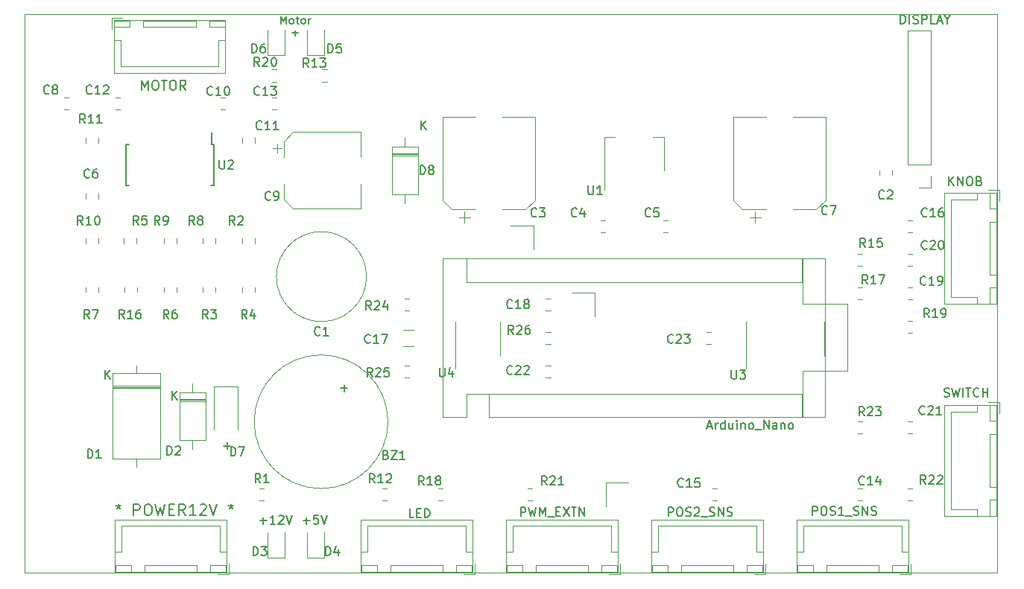
<source format=gbr>
G04 #@! TF.GenerationSoftware,KiCad,Pcbnew,5.1.5-52549c5~86~ubuntu18.04.1*
G04 #@! TF.CreationDate,2020-05-20T16:48:26+05:30*
G04 #@! TF.ProjectId,Resp2,52657370-322e-46b6-9963-61645f706362,rev?*
G04 #@! TF.SameCoordinates,Original*
G04 #@! TF.FileFunction,Legend,Top*
G04 #@! TF.FilePolarity,Positive*
%FSLAX46Y46*%
G04 Gerber Fmt 4.6, Leading zero omitted, Abs format (unit mm)*
G04 Created by KiCad (PCBNEW 5.1.5-52549c5~86~ubuntu18.04.1) date 2020-05-20 16:48:26*
%MOMM*%
%LPD*%
G04 APERTURE LIST*
%ADD10C,0.150000*%
%ADD11C,0.100000*%
%ADD12C,0.120000*%
%ADD13C,0.200000*%
G04 APERTURE END LIST*
D10*
X35306047Y-61793428D02*
X36067952Y-61793428D01*
X35687000Y-62174380D02*
X35687000Y-61412476D01*
X41784000Y-13783904D02*
X41784000Y-12983904D01*
X42084000Y-13555333D01*
X42384000Y-12983904D01*
X42384000Y-13783904D01*
X42941142Y-13783904D02*
X42855428Y-13745809D01*
X42812571Y-13707714D01*
X42769714Y-13631523D01*
X42769714Y-13402952D01*
X42812571Y-13326761D01*
X42855428Y-13288666D01*
X42941142Y-13250571D01*
X43069714Y-13250571D01*
X43155428Y-13288666D01*
X43198285Y-13326761D01*
X43241142Y-13402952D01*
X43241142Y-13631523D01*
X43198285Y-13707714D01*
X43155428Y-13745809D01*
X43069714Y-13783904D01*
X42941142Y-13783904D01*
X43498285Y-13250571D02*
X43841142Y-13250571D01*
X43626857Y-12983904D02*
X43626857Y-13669619D01*
X43669714Y-13745809D01*
X43755428Y-13783904D01*
X43841142Y-13783904D01*
X44269714Y-13783904D02*
X44184000Y-13745809D01*
X44141142Y-13707714D01*
X44098285Y-13631523D01*
X44098285Y-13402952D01*
X44141142Y-13326761D01*
X44184000Y-13288666D01*
X44269714Y-13250571D01*
X44398285Y-13250571D01*
X44484000Y-13288666D01*
X44526857Y-13326761D01*
X44569714Y-13402952D01*
X44569714Y-13631523D01*
X44526857Y-13707714D01*
X44484000Y-13745809D01*
X44398285Y-13783904D01*
X44269714Y-13783904D01*
X44955428Y-13783904D02*
X44955428Y-13250571D01*
X44955428Y-13402952D02*
X44998285Y-13326761D01*
X45041142Y-13288666D01*
X45126857Y-13250571D01*
X45212571Y-13250571D01*
X43091142Y-14829142D02*
X43776857Y-14829142D01*
X43434000Y-15133904D02*
X43434000Y-14524380D01*
X44307285Y-70302428D02*
X45069190Y-70302428D01*
X44688238Y-70683380D02*
X44688238Y-69921476D01*
X46021571Y-69683380D02*
X45545380Y-69683380D01*
X45497761Y-70159571D01*
X45545380Y-70111952D01*
X45640619Y-70064333D01*
X45878714Y-70064333D01*
X45973952Y-70111952D01*
X46021571Y-70159571D01*
X46069190Y-70254809D01*
X46069190Y-70492904D01*
X46021571Y-70588142D01*
X45973952Y-70635761D01*
X45878714Y-70683380D01*
X45640619Y-70683380D01*
X45545380Y-70635761D01*
X45497761Y-70588142D01*
X46354904Y-69683380D02*
X46688238Y-70683380D01*
X47021571Y-69683380D01*
X39386095Y-70302428D02*
X40148000Y-70302428D01*
X39767047Y-70683380D02*
X39767047Y-69921476D01*
X41148000Y-70683380D02*
X40576571Y-70683380D01*
X40862285Y-70683380D02*
X40862285Y-69683380D01*
X40767047Y-69826238D01*
X40671809Y-69921476D01*
X40576571Y-69969095D01*
X41528952Y-69778619D02*
X41576571Y-69731000D01*
X41671809Y-69683380D01*
X41909904Y-69683380D01*
X42005142Y-69731000D01*
X42052761Y-69778619D01*
X42100380Y-69873857D01*
X42100380Y-69969095D01*
X42052761Y-70111952D01*
X41481333Y-70683380D01*
X42100380Y-70683380D01*
X42386095Y-69683380D02*
X42719428Y-70683380D01*
X43052761Y-69683380D01*
D11*
X123190000Y-12700000D02*
X123190000Y-76200000D01*
X12700000Y-12700000D02*
X123190000Y-12700000D01*
X12700000Y-76200000D02*
X12700000Y-12700000D01*
X123190000Y-76200000D02*
X12700000Y-76200000D01*
D12*
X77470000Y-44390000D02*
X77470000Y-47050000D01*
X77470000Y-44390000D02*
X74870000Y-44390000D01*
X70485000Y-36770000D02*
X70485000Y-39430000D01*
X70485000Y-36770000D02*
X67885000Y-36770000D01*
X81280000Y-65980000D02*
X78680000Y-65980000D01*
X78680000Y-65980000D02*
X78680000Y-68640000D01*
X33220000Y-56480000D02*
X30280000Y-56480000D01*
X33220000Y-56720000D02*
X30280000Y-56720000D01*
X33220000Y-56600000D02*
X30280000Y-56600000D01*
X31750000Y-62160000D02*
X31750000Y-61140000D01*
X31750000Y-54680000D02*
X31750000Y-55700000D01*
X33220000Y-61140000D02*
X33220000Y-55700000D01*
X30280000Y-61140000D02*
X33220000Y-61140000D01*
X30280000Y-55700000D02*
X30280000Y-61140000D01*
X33220000Y-55700000D02*
X30280000Y-55700000D01*
X60195000Y-40510000D02*
X60195000Y-58550000D01*
X103635000Y-40510000D02*
X60195000Y-40510000D01*
X103635000Y-58550000D02*
X103635000Y-40510000D01*
X100965000Y-55880000D02*
X100965000Y-58550000D01*
X65405000Y-55880000D02*
X100965000Y-55880000D01*
X65405000Y-55880000D02*
X65405000Y-58550000D01*
X100965000Y-43180000D02*
X100965000Y-40510000D01*
X62865000Y-43180000D02*
X100965000Y-43180000D01*
X62865000Y-43180000D02*
X62865000Y-40510000D01*
X60195000Y-58550000D02*
X62865000Y-58550000D01*
X65405000Y-58550000D02*
X103635000Y-58550000D01*
X62865000Y-55880000D02*
X62865000Y-58550000D01*
X65405000Y-55880000D02*
X62865000Y-55880000D01*
D11*
X101035000Y-53240000D02*
X101035000Y-58430000D01*
X106145000Y-53240000D02*
X101035000Y-53240000D01*
X101035000Y-45620000D02*
X106145000Y-45620000D01*
X106135000Y-53240000D02*
X106135000Y-45620000D01*
X101035000Y-40450000D02*
X101035000Y-45620000D01*
D12*
X36920000Y-55000000D02*
X36920000Y-59980000D01*
X34200000Y-55000000D02*
X34200000Y-59980000D01*
X36920000Y-55000000D02*
X34200000Y-55000000D01*
X35580000Y-76120000D02*
X35580000Y-70150000D01*
X35580000Y-70150000D02*
X22960000Y-70150000D01*
X22960000Y-70150000D02*
X22960000Y-76120000D01*
X22960000Y-76120000D02*
X35580000Y-76120000D01*
X32270000Y-76110000D02*
X32270000Y-75360000D01*
X32270000Y-75360000D02*
X26270000Y-75360000D01*
X26270000Y-75360000D02*
X26270000Y-76110000D01*
X26270000Y-76110000D02*
X32270000Y-76110000D01*
X35570000Y-76110000D02*
X35570000Y-75360000D01*
X35570000Y-75360000D02*
X33770000Y-75360000D01*
X33770000Y-75360000D02*
X33770000Y-76110000D01*
X33770000Y-76110000D02*
X35570000Y-76110000D01*
X24770000Y-76110000D02*
X24770000Y-75360000D01*
X24770000Y-75360000D02*
X22970000Y-75360000D01*
X22970000Y-75360000D02*
X22970000Y-76110000D01*
X22970000Y-76110000D02*
X24770000Y-76110000D01*
X35570000Y-73860000D02*
X34820000Y-73860000D01*
X34820000Y-73860000D02*
X34820000Y-70910000D01*
X34820000Y-70910000D02*
X29270000Y-70910000D01*
X22970000Y-73860000D02*
X23720000Y-73860000D01*
X23720000Y-73860000D02*
X23720000Y-70910000D01*
X23720000Y-70910000D02*
X29270000Y-70910000D01*
X34620000Y-76410000D02*
X35870000Y-76410000D01*
X35870000Y-76410000D02*
X35870000Y-75160000D01*
X123400000Y-32710000D02*
X122150000Y-32710000D01*
X123400000Y-33960000D02*
X123400000Y-32710000D01*
X117900000Y-44860000D02*
X117900000Y-39310000D01*
X120850000Y-44860000D02*
X117900000Y-44860000D01*
X120850000Y-45610000D02*
X120850000Y-44860000D01*
X117900000Y-33760000D02*
X117900000Y-39310000D01*
X120850000Y-33760000D02*
X117900000Y-33760000D01*
X120850000Y-33010000D02*
X120850000Y-33760000D01*
X123100000Y-45610000D02*
X123100000Y-43810000D01*
X122350000Y-45610000D02*
X123100000Y-45610000D01*
X122350000Y-43810000D02*
X122350000Y-45610000D01*
X123100000Y-43810000D02*
X122350000Y-43810000D01*
X123100000Y-34810000D02*
X123100000Y-33010000D01*
X122350000Y-34810000D02*
X123100000Y-34810000D01*
X122350000Y-33010000D02*
X122350000Y-34810000D01*
X123100000Y-33010000D02*
X122350000Y-33010000D01*
X123100000Y-42310000D02*
X123100000Y-36310000D01*
X122350000Y-42310000D02*
X123100000Y-42310000D01*
X122350000Y-36310000D02*
X122350000Y-42310000D01*
X123100000Y-36310000D02*
X122350000Y-36310000D01*
X123110000Y-45620000D02*
X123110000Y-33000000D01*
X117140000Y-45620000D02*
X123110000Y-45620000D01*
X117140000Y-33000000D02*
X117140000Y-45620000D01*
X123110000Y-33000000D02*
X117140000Y-33000000D01*
D10*
X33960000Y-27520000D02*
X33960000Y-26145000D01*
X24184200Y-27520000D02*
X24184200Y-32170000D01*
X34185000Y-27520000D02*
X34185000Y-32170000D01*
X24184200Y-27520000D02*
X24509200Y-27520000D01*
X24184200Y-32170000D02*
X24509200Y-32170000D01*
X34185000Y-32170000D02*
X33860000Y-32170000D01*
X34185000Y-27520000D02*
X33960000Y-27520000D01*
D12*
X115630000Y-32445000D02*
X114300000Y-32445000D01*
X115630000Y-31115000D02*
X115630000Y-32445000D01*
X115630000Y-29845000D02*
X112970000Y-29845000D01*
X112970000Y-29845000D02*
X112970000Y-14545000D01*
X115630000Y-29845000D02*
X115630000Y-14545000D01*
X115630000Y-14545000D02*
X112970000Y-14545000D01*
X51515000Y-42545000D02*
G75*
G03X51515000Y-42545000I-5120000J0D01*
G01*
X29920000Y-38228748D02*
X29920000Y-38751252D01*
X28500000Y-38228748D02*
X28500000Y-38751252D01*
X41291252Y-23570000D02*
X40768748Y-23570000D01*
X41291252Y-22150000D02*
X40768748Y-22150000D01*
X23511252Y-23570000D02*
X22988748Y-23570000D01*
X23511252Y-22150000D02*
X22988748Y-22150000D01*
X38810000Y-26798748D02*
X38810000Y-27321252D01*
X37390000Y-26798748D02*
X37390000Y-27321252D01*
X34908748Y-22150000D02*
X35431252Y-22150000D01*
X34908748Y-23570000D02*
X35431252Y-23570000D01*
X17128748Y-22150000D02*
X17651252Y-22150000D01*
X17128748Y-23570000D02*
X17651252Y-23570000D01*
X19610000Y-33671252D02*
X19610000Y-33148748D01*
X21030000Y-33671252D02*
X21030000Y-33148748D01*
X85741252Y-37540000D02*
X85218748Y-37540000D01*
X85741252Y-36120000D02*
X85218748Y-36120000D01*
X78088748Y-36120000D02*
X78611252Y-36120000D01*
X78088748Y-37540000D02*
X78611252Y-37540000D01*
X111200000Y-30463748D02*
X111200000Y-30986252D01*
X109780000Y-30463748D02*
X109780000Y-30986252D01*
X113340000Y-76410000D02*
X113340000Y-75160000D01*
X112090000Y-76410000D02*
X113340000Y-76410000D01*
X101190000Y-70910000D02*
X106740000Y-70910000D01*
X101190000Y-73860000D02*
X101190000Y-70910000D01*
X100440000Y-73860000D02*
X101190000Y-73860000D01*
X112290000Y-70910000D02*
X106740000Y-70910000D01*
X112290000Y-73860000D02*
X112290000Y-70910000D01*
X113040000Y-73860000D02*
X112290000Y-73860000D01*
X100440000Y-76110000D02*
X102240000Y-76110000D01*
X100440000Y-75360000D02*
X100440000Y-76110000D01*
X102240000Y-75360000D02*
X100440000Y-75360000D01*
X102240000Y-76110000D02*
X102240000Y-75360000D01*
X111240000Y-76110000D02*
X113040000Y-76110000D01*
X111240000Y-75360000D02*
X111240000Y-76110000D01*
X113040000Y-75360000D02*
X111240000Y-75360000D01*
X113040000Y-76110000D02*
X113040000Y-75360000D01*
X103740000Y-76110000D02*
X109740000Y-76110000D01*
X103740000Y-75360000D02*
X103740000Y-76110000D01*
X109740000Y-75360000D02*
X103740000Y-75360000D01*
X109740000Y-76110000D02*
X109740000Y-75360000D01*
X100430000Y-76120000D02*
X113050000Y-76120000D01*
X100430000Y-70150000D02*
X100430000Y-76120000D01*
X113050000Y-70150000D02*
X100430000Y-70150000D01*
X113050000Y-76120000D02*
X113050000Y-70150000D01*
X63810000Y-76410000D02*
X63810000Y-75160000D01*
X62560000Y-76410000D02*
X63810000Y-76410000D01*
X51660000Y-70910000D02*
X57210000Y-70910000D01*
X51660000Y-73860000D02*
X51660000Y-70910000D01*
X50910000Y-73860000D02*
X51660000Y-73860000D01*
X62760000Y-70910000D02*
X57210000Y-70910000D01*
X62760000Y-73860000D02*
X62760000Y-70910000D01*
X63510000Y-73860000D02*
X62760000Y-73860000D01*
X50910000Y-76110000D02*
X52710000Y-76110000D01*
X50910000Y-75360000D02*
X50910000Y-76110000D01*
X52710000Y-75360000D02*
X50910000Y-75360000D01*
X52710000Y-76110000D02*
X52710000Y-75360000D01*
X61710000Y-76110000D02*
X63510000Y-76110000D01*
X61710000Y-75360000D02*
X61710000Y-76110000D01*
X63510000Y-75360000D02*
X61710000Y-75360000D01*
X63510000Y-76110000D02*
X63510000Y-75360000D01*
X54210000Y-76110000D02*
X60210000Y-76110000D01*
X54210000Y-75360000D02*
X54210000Y-76110000D01*
X60210000Y-75360000D02*
X54210000Y-75360000D01*
X60210000Y-76110000D02*
X60210000Y-75360000D01*
X50900000Y-76120000D02*
X63520000Y-76120000D01*
X50900000Y-70150000D02*
X50900000Y-76120000D01*
X63520000Y-70150000D02*
X50900000Y-70150000D01*
X63520000Y-76120000D02*
X63520000Y-70150000D01*
X96830000Y-76410000D02*
X96830000Y-75160000D01*
X95580000Y-76410000D02*
X96830000Y-76410000D01*
X84680000Y-70910000D02*
X90230000Y-70910000D01*
X84680000Y-73860000D02*
X84680000Y-70910000D01*
X83930000Y-73860000D02*
X84680000Y-73860000D01*
X95780000Y-70910000D02*
X90230000Y-70910000D01*
X95780000Y-73860000D02*
X95780000Y-70910000D01*
X96530000Y-73860000D02*
X95780000Y-73860000D01*
X83930000Y-76110000D02*
X85730000Y-76110000D01*
X83930000Y-75360000D02*
X83930000Y-76110000D01*
X85730000Y-75360000D02*
X83930000Y-75360000D01*
X85730000Y-76110000D02*
X85730000Y-75360000D01*
X94730000Y-76110000D02*
X96530000Y-76110000D01*
X94730000Y-75360000D02*
X94730000Y-76110000D01*
X96530000Y-75360000D02*
X94730000Y-75360000D01*
X96530000Y-76110000D02*
X96530000Y-75360000D01*
X87230000Y-76110000D02*
X93230000Y-76110000D01*
X87230000Y-75360000D02*
X87230000Y-76110000D01*
X93230000Y-75360000D02*
X87230000Y-75360000D01*
X93230000Y-76110000D02*
X93230000Y-75360000D01*
X83920000Y-76120000D02*
X96540000Y-76120000D01*
X83920000Y-70150000D02*
X83920000Y-76120000D01*
X96540000Y-70150000D02*
X83920000Y-70150000D01*
X96540000Y-76120000D02*
X96540000Y-70150000D01*
X22840000Y-13415000D02*
X22840000Y-19385000D01*
X22840000Y-19385000D02*
X35460000Y-19385000D01*
X35460000Y-19385000D02*
X35460000Y-13415000D01*
X35460000Y-13415000D02*
X22840000Y-13415000D01*
X26150000Y-13425000D02*
X26150000Y-14175000D01*
X26150000Y-14175000D02*
X32150000Y-14175000D01*
X32150000Y-14175000D02*
X32150000Y-13425000D01*
X32150000Y-13425000D02*
X26150000Y-13425000D01*
X22850000Y-13425000D02*
X22850000Y-14175000D01*
X22850000Y-14175000D02*
X24650000Y-14175000D01*
X24650000Y-14175000D02*
X24650000Y-13425000D01*
X24650000Y-13425000D02*
X22850000Y-13425000D01*
X33650000Y-13425000D02*
X33650000Y-14175000D01*
X33650000Y-14175000D02*
X35450000Y-14175000D01*
X35450000Y-14175000D02*
X35450000Y-13425000D01*
X35450000Y-13425000D02*
X33650000Y-13425000D01*
X22850000Y-15675000D02*
X23600000Y-15675000D01*
X23600000Y-15675000D02*
X23600000Y-18625000D01*
X23600000Y-18625000D02*
X29150000Y-18625000D01*
X35450000Y-15675000D02*
X34700000Y-15675000D01*
X34700000Y-15675000D02*
X34700000Y-18625000D01*
X34700000Y-18625000D02*
X29150000Y-18625000D01*
X23800000Y-13125000D02*
X22550000Y-13125000D01*
X22550000Y-13125000D02*
X22550000Y-14375000D01*
X80320000Y-76410000D02*
X80320000Y-75160000D01*
X79070000Y-76410000D02*
X80320000Y-76410000D01*
X68170000Y-70910000D02*
X73720000Y-70910000D01*
X68170000Y-73860000D02*
X68170000Y-70910000D01*
X67420000Y-73860000D02*
X68170000Y-73860000D01*
X79270000Y-70910000D02*
X73720000Y-70910000D01*
X79270000Y-73860000D02*
X79270000Y-70910000D01*
X80020000Y-73860000D02*
X79270000Y-73860000D01*
X67420000Y-76110000D02*
X69220000Y-76110000D01*
X67420000Y-75360000D02*
X67420000Y-76110000D01*
X69220000Y-75360000D02*
X67420000Y-75360000D01*
X69220000Y-76110000D02*
X69220000Y-75360000D01*
X78220000Y-76110000D02*
X80020000Y-76110000D01*
X78220000Y-75360000D02*
X78220000Y-76110000D01*
X80020000Y-75360000D02*
X78220000Y-75360000D01*
X80020000Y-76110000D02*
X80020000Y-75360000D01*
X70720000Y-76110000D02*
X76720000Y-76110000D01*
X70720000Y-75360000D02*
X70720000Y-76110000D01*
X76720000Y-75360000D02*
X70720000Y-75360000D01*
X76720000Y-76110000D02*
X76720000Y-75360000D01*
X67410000Y-76120000D02*
X80030000Y-76120000D01*
X67410000Y-70150000D02*
X67410000Y-76120000D01*
X80030000Y-70150000D02*
X67410000Y-70150000D01*
X80030000Y-76120000D02*
X80030000Y-70150000D01*
X123400000Y-56840000D02*
X122150000Y-56840000D01*
X123400000Y-58090000D02*
X123400000Y-56840000D01*
X117900000Y-68990000D02*
X117900000Y-63440000D01*
X120850000Y-68990000D02*
X117900000Y-68990000D01*
X120850000Y-69740000D02*
X120850000Y-68990000D01*
X117900000Y-57890000D02*
X117900000Y-63440000D01*
X120850000Y-57890000D02*
X117900000Y-57890000D01*
X120850000Y-57140000D02*
X120850000Y-57890000D01*
X123100000Y-69740000D02*
X123100000Y-67940000D01*
X122350000Y-69740000D02*
X123100000Y-69740000D01*
X122350000Y-67940000D02*
X122350000Y-69740000D01*
X123100000Y-67940000D02*
X122350000Y-67940000D01*
X123100000Y-58940000D02*
X123100000Y-57140000D01*
X122350000Y-58940000D02*
X123100000Y-58940000D01*
X122350000Y-57140000D02*
X122350000Y-58940000D01*
X123100000Y-57140000D02*
X122350000Y-57140000D01*
X123100000Y-66440000D02*
X123100000Y-60440000D01*
X122350000Y-66440000D02*
X123100000Y-66440000D01*
X122350000Y-60440000D02*
X122350000Y-66440000D01*
X123100000Y-60440000D02*
X122350000Y-60440000D01*
X123110000Y-69750000D02*
X123110000Y-57130000D01*
X117140000Y-69750000D02*
X123110000Y-69750000D01*
X117140000Y-57130000D02*
X117140000Y-69750000D01*
X123110000Y-57130000D02*
X117140000Y-57130000D01*
X55695436Y-50440000D02*
X56899564Y-50440000D01*
X55695436Y-48620000D02*
X56899564Y-48620000D01*
X61575000Y-49595000D02*
X61575000Y-53045000D01*
X61575000Y-49595000D02*
X61575000Y-47645000D01*
X66695000Y-49595000D02*
X66695000Y-51545000D01*
X66695000Y-49595000D02*
X66695000Y-47645000D01*
X103495000Y-49595000D02*
X103495000Y-47645000D01*
X103495000Y-49595000D02*
X103495000Y-51545000D01*
X94625000Y-49595000D02*
X94625000Y-47645000D01*
X94625000Y-49595000D02*
X94625000Y-53045000D01*
X85325000Y-26690000D02*
X84065000Y-26690000D01*
X78505000Y-26690000D02*
X79765000Y-26690000D01*
X85325000Y-30450000D02*
X85325000Y-26690000D01*
X78505000Y-32700000D02*
X78505000Y-26690000D01*
X72406252Y-48820000D02*
X71883748Y-48820000D01*
X72406252Y-50240000D02*
X71883748Y-50240000D01*
X55863748Y-54050000D02*
X56386252Y-54050000D01*
X55863748Y-52630000D02*
X56386252Y-52630000D01*
X56386252Y-45010000D02*
X55863748Y-45010000D01*
X56386252Y-46430000D02*
X55863748Y-46430000D01*
X107298748Y-60400000D02*
X107821252Y-60400000D01*
X107298748Y-58980000D02*
X107821252Y-58980000D01*
X113013748Y-66600000D02*
X113536252Y-66600000D01*
X113013748Y-68020000D02*
X113536252Y-68020000D01*
X69833748Y-66600000D02*
X70356252Y-66600000D01*
X69833748Y-68020000D02*
X70356252Y-68020000D01*
X41291252Y-20395000D02*
X40768748Y-20395000D01*
X41291252Y-18975000D02*
X40768748Y-18975000D01*
X113536252Y-47550000D02*
X113013748Y-47550000D01*
X113536252Y-48970000D02*
X113013748Y-48970000D01*
X59673748Y-66600000D02*
X60196252Y-66600000D01*
X59673748Y-68020000D02*
X60196252Y-68020000D01*
X107298748Y-45160000D02*
X107821252Y-45160000D01*
X107298748Y-43740000D02*
X107821252Y-43740000D01*
X24055000Y-44321252D02*
X24055000Y-43798748D01*
X25475000Y-44321252D02*
X25475000Y-43798748D01*
X107298748Y-39930000D02*
X107821252Y-39930000D01*
X107298748Y-41350000D02*
X107821252Y-41350000D01*
X46483748Y-18975000D02*
X47006252Y-18975000D01*
X46483748Y-20395000D02*
X47006252Y-20395000D01*
X53846252Y-68020000D02*
X53323748Y-68020000D01*
X53846252Y-66600000D02*
X53323748Y-66600000D01*
X21030000Y-26798748D02*
X21030000Y-27321252D01*
X19610000Y-26798748D02*
X19610000Y-27321252D01*
X21030000Y-38228748D02*
X21030000Y-38751252D01*
X19610000Y-38228748D02*
X19610000Y-38751252D01*
X34365000Y-38228748D02*
X34365000Y-38751252D01*
X32945000Y-38228748D02*
X32945000Y-38751252D01*
X21030000Y-43798748D02*
X21030000Y-44321252D01*
X19610000Y-43798748D02*
X19610000Y-44321252D01*
X29920000Y-43798748D02*
X29920000Y-44321252D01*
X28500000Y-43798748D02*
X28500000Y-44321252D01*
X25348000Y-38228748D02*
X25348000Y-38751252D01*
X23928000Y-38228748D02*
X23928000Y-38751252D01*
X38810000Y-43798748D02*
X38810000Y-44321252D01*
X37390000Y-43798748D02*
X37390000Y-44321252D01*
X34365000Y-43798748D02*
X34365000Y-44321252D01*
X32945000Y-43798748D02*
X32945000Y-44321252D01*
X38810000Y-38228748D02*
X38810000Y-38751252D01*
X37390000Y-38228748D02*
X37390000Y-38751252D01*
X39353748Y-66600000D02*
X39876252Y-66600000D01*
X39353748Y-68020000D02*
X39876252Y-68020000D01*
X40315000Y-14485000D02*
X40315000Y-17345000D01*
X40315000Y-17345000D02*
X42235000Y-17345000D01*
X42235000Y-17345000D02*
X42235000Y-14485000D01*
X46680000Y-17345000D02*
X46680000Y-14485000D01*
X44760000Y-17345000D02*
X46680000Y-17345000D01*
X44760000Y-14485000D02*
X44760000Y-17345000D01*
X44760000Y-71635000D02*
X44760000Y-74495000D01*
X44760000Y-74495000D02*
X46680000Y-74495000D01*
X46680000Y-74495000D02*
X46680000Y-71635000D01*
X40315000Y-71635000D02*
X40315000Y-74495000D01*
X40315000Y-74495000D02*
X42235000Y-74495000D01*
X42235000Y-74495000D02*
X42235000Y-71635000D01*
X57350000Y-27760000D02*
X54410000Y-27760000D01*
X54410000Y-27760000D02*
X54410000Y-33200000D01*
X54410000Y-33200000D02*
X57350000Y-33200000D01*
X57350000Y-33200000D02*
X57350000Y-27760000D01*
X55880000Y-26740000D02*
X55880000Y-27760000D01*
X55880000Y-34220000D02*
X55880000Y-33200000D01*
X57350000Y-28660000D02*
X54410000Y-28660000D01*
X57350000Y-28780000D02*
X54410000Y-28780000D01*
X57350000Y-28540000D02*
X54410000Y-28540000D01*
X28120000Y-53550000D02*
X22680000Y-53550000D01*
X22680000Y-53550000D02*
X22680000Y-63290000D01*
X22680000Y-63290000D02*
X28120000Y-63290000D01*
X28120000Y-63290000D02*
X28120000Y-53550000D01*
X25400000Y-52640000D02*
X25400000Y-53550000D01*
X25400000Y-64200000D02*
X25400000Y-63290000D01*
X28120000Y-55095000D02*
X22680000Y-55095000D01*
X28120000Y-55215000D02*
X22680000Y-55215000D01*
X28120000Y-54975000D02*
X22680000Y-54975000D01*
X90676252Y-48820000D02*
X90153748Y-48820000D01*
X90676252Y-50240000D02*
X90153748Y-50240000D01*
X71883748Y-54050000D02*
X72406252Y-54050000D01*
X71883748Y-52630000D02*
X72406252Y-52630000D01*
X113013748Y-60400000D02*
X113536252Y-60400000D01*
X113013748Y-58980000D02*
X113536252Y-58980000D01*
X113013748Y-41350000D02*
X113536252Y-41350000D01*
X113013748Y-39930000D02*
X113536252Y-39930000D01*
X113013748Y-45160000D02*
X113536252Y-45160000D01*
X113013748Y-43740000D02*
X113536252Y-43740000D01*
X71883748Y-46430000D02*
X72406252Y-46430000D01*
X71883748Y-45010000D02*
X72406252Y-45010000D01*
X113013748Y-36120000D02*
X113536252Y-36120000D01*
X113013748Y-37540000D02*
X113536252Y-37540000D01*
X90788748Y-66600000D02*
X91311252Y-66600000D01*
X90788748Y-68020000D02*
X91311252Y-68020000D01*
X107298748Y-68020000D02*
X107821252Y-68020000D01*
X107298748Y-66600000D02*
X107821252Y-66600000D01*
X50825000Y-34840000D02*
X50825000Y-31990000D01*
X50825000Y-26120000D02*
X50825000Y-28970000D01*
X43169437Y-26120000D02*
X50825000Y-26120000D01*
X43169437Y-34840000D02*
X50825000Y-34840000D01*
X42105000Y-33775563D02*
X42105000Y-31990000D01*
X42105000Y-27184437D02*
X42105000Y-28970000D01*
X42105000Y-27184437D02*
X43169437Y-26120000D01*
X42105000Y-33775563D02*
X43169437Y-34840000D01*
X40865000Y-27970000D02*
X41865000Y-27970000D01*
X41365000Y-27470000D02*
X41365000Y-28470000D01*
X103685000Y-24395000D02*
X99935000Y-24395000D01*
X93165000Y-24395000D02*
X96915000Y-24395000D01*
X93165000Y-33850563D02*
X93165000Y-24395000D01*
X103685000Y-33850563D02*
X103685000Y-24395000D01*
X102620563Y-34915000D02*
X99935000Y-34915000D01*
X94229437Y-34915000D02*
X96915000Y-34915000D01*
X94229437Y-34915000D02*
X93165000Y-33850563D01*
X102620563Y-34915000D02*
X103685000Y-33850563D01*
X95665000Y-36405000D02*
X95665000Y-35155000D01*
X95040000Y-35780000D02*
X96290000Y-35780000D01*
X70665000Y-24395000D02*
X66915000Y-24395000D01*
X60145000Y-24395000D02*
X63895000Y-24395000D01*
X60145000Y-33850563D02*
X60145000Y-24395000D01*
X70665000Y-33850563D02*
X70665000Y-24395000D01*
X69600563Y-34915000D02*
X66915000Y-34915000D01*
X61209437Y-34915000D02*
X63895000Y-34915000D01*
X61209437Y-34915000D02*
X60145000Y-33850563D01*
X69600563Y-34915000D02*
X70665000Y-33850563D01*
X62645000Y-36405000D02*
X62645000Y-35155000D01*
X62020000Y-35780000D02*
X63270000Y-35780000D01*
X53955000Y-59045000D02*
G75*
G03X53955000Y-59045000I-7600000J0D01*
G01*
D10*
X28852904Y-62809380D02*
X28852904Y-61809380D01*
X29091000Y-61809380D01*
X29233857Y-61857000D01*
X29329095Y-61952238D01*
X29376714Y-62047476D01*
X29424333Y-62237952D01*
X29424333Y-62380809D01*
X29376714Y-62571285D01*
X29329095Y-62666523D01*
X29233857Y-62761761D01*
X29091000Y-62809380D01*
X28852904Y-62809380D01*
X29805285Y-61904619D02*
X29852904Y-61857000D01*
X29948142Y-61809380D01*
X30186238Y-61809380D01*
X30281476Y-61857000D01*
X30329095Y-61904619D01*
X30376714Y-61999857D01*
X30376714Y-62095095D01*
X30329095Y-62237952D01*
X29757666Y-62809380D01*
X30376714Y-62809380D01*
X29456095Y-56586380D02*
X29456095Y-55586380D01*
X30027523Y-56586380D02*
X29598952Y-56014952D01*
X30027523Y-55586380D02*
X29456095Y-56157809D01*
X90265857Y-59602666D02*
X90742047Y-59602666D01*
X90170619Y-59888380D02*
X90503952Y-58888380D01*
X90837285Y-59888380D01*
X91170619Y-59888380D02*
X91170619Y-59221714D01*
X91170619Y-59412190D02*
X91218238Y-59316952D01*
X91265857Y-59269333D01*
X91361095Y-59221714D01*
X91456333Y-59221714D01*
X92218238Y-59888380D02*
X92218238Y-58888380D01*
X92218238Y-59840761D02*
X92123000Y-59888380D01*
X91932523Y-59888380D01*
X91837285Y-59840761D01*
X91789666Y-59793142D01*
X91742047Y-59697904D01*
X91742047Y-59412190D01*
X91789666Y-59316952D01*
X91837285Y-59269333D01*
X91932523Y-59221714D01*
X92123000Y-59221714D01*
X92218238Y-59269333D01*
X93123000Y-59221714D02*
X93123000Y-59888380D01*
X92694428Y-59221714D02*
X92694428Y-59745523D01*
X92742047Y-59840761D01*
X92837285Y-59888380D01*
X92980142Y-59888380D01*
X93075380Y-59840761D01*
X93123000Y-59793142D01*
X93599190Y-59888380D02*
X93599190Y-59221714D01*
X93599190Y-58888380D02*
X93551571Y-58936000D01*
X93599190Y-58983619D01*
X93646809Y-58936000D01*
X93599190Y-58888380D01*
X93599190Y-58983619D01*
X94075380Y-59221714D02*
X94075380Y-59888380D01*
X94075380Y-59316952D02*
X94123000Y-59269333D01*
X94218238Y-59221714D01*
X94361095Y-59221714D01*
X94456333Y-59269333D01*
X94503952Y-59364571D01*
X94503952Y-59888380D01*
X95123000Y-59888380D02*
X95027761Y-59840761D01*
X94980142Y-59793142D01*
X94932523Y-59697904D01*
X94932523Y-59412190D01*
X94980142Y-59316952D01*
X95027761Y-59269333D01*
X95123000Y-59221714D01*
X95265857Y-59221714D01*
X95361095Y-59269333D01*
X95408714Y-59316952D01*
X95456333Y-59412190D01*
X95456333Y-59697904D01*
X95408714Y-59793142D01*
X95361095Y-59840761D01*
X95265857Y-59888380D01*
X95123000Y-59888380D01*
X95646809Y-59983619D02*
X96408714Y-59983619D01*
X96646809Y-59888380D02*
X96646809Y-58888380D01*
X97218238Y-59888380D01*
X97218238Y-58888380D01*
X98123000Y-59888380D02*
X98123000Y-59364571D01*
X98075380Y-59269333D01*
X97980142Y-59221714D01*
X97789666Y-59221714D01*
X97694428Y-59269333D01*
X98123000Y-59840761D02*
X98027761Y-59888380D01*
X97789666Y-59888380D01*
X97694428Y-59840761D01*
X97646809Y-59745523D01*
X97646809Y-59650285D01*
X97694428Y-59555047D01*
X97789666Y-59507428D01*
X98027761Y-59507428D01*
X98123000Y-59459809D01*
X98599190Y-59221714D02*
X98599190Y-59888380D01*
X98599190Y-59316952D02*
X98646809Y-59269333D01*
X98742047Y-59221714D01*
X98884904Y-59221714D01*
X98980142Y-59269333D01*
X99027761Y-59364571D01*
X99027761Y-59888380D01*
X99646809Y-59888380D02*
X99551571Y-59840761D01*
X99503952Y-59793142D01*
X99456333Y-59697904D01*
X99456333Y-59412190D01*
X99503952Y-59316952D01*
X99551571Y-59269333D01*
X99646809Y-59221714D01*
X99789666Y-59221714D01*
X99884904Y-59269333D01*
X99932523Y-59316952D01*
X99980142Y-59412190D01*
X99980142Y-59697904D01*
X99932523Y-59793142D01*
X99884904Y-59840761D01*
X99789666Y-59888380D01*
X99646809Y-59888380D01*
X36091904Y-62936380D02*
X36091904Y-61936380D01*
X36330000Y-61936380D01*
X36472857Y-61984000D01*
X36568095Y-62079238D01*
X36615714Y-62174476D01*
X36663333Y-62364952D01*
X36663333Y-62507809D01*
X36615714Y-62698285D01*
X36568095Y-62793523D01*
X36472857Y-62888761D01*
X36330000Y-62936380D01*
X36091904Y-62936380D01*
X36996666Y-61936380D02*
X37663333Y-61936380D01*
X37234761Y-62936380D01*
X23337818Y-68399060D02*
X23337818Y-68698599D01*
X23038279Y-68578783D02*
X23337818Y-68698599D01*
X23637357Y-68578783D01*
X23158094Y-68938230D02*
X23337818Y-68698599D01*
X23517541Y-68938230D01*
X25075144Y-69657124D02*
X25075144Y-68399060D01*
X25554407Y-68399060D01*
X25674222Y-68458968D01*
X25734130Y-68518875D01*
X25794038Y-68638691D01*
X25794038Y-68818414D01*
X25734130Y-68938230D01*
X25674222Y-68998138D01*
X25554407Y-69058046D01*
X25075144Y-69058046D01*
X26572840Y-68399060D02*
X26812471Y-68399060D01*
X26932286Y-68458968D01*
X27052102Y-68578783D01*
X27112010Y-68818414D01*
X27112010Y-69237769D01*
X27052102Y-69477400D01*
X26932286Y-69597216D01*
X26812471Y-69657124D01*
X26572840Y-69657124D01*
X26453024Y-69597216D01*
X26333208Y-69477400D01*
X26273300Y-69237769D01*
X26273300Y-68818414D01*
X26333208Y-68578783D01*
X26453024Y-68458968D01*
X26572840Y-68399060D01*
X27531364Y-68399060D02*
X27830904Y-69657124D01*
X28070535Y-68758507D01*
X28310166Y-69657124D01*
X28609705Y-68399060D01*
X29088968Y-68998138D02*
X29508322Y-68998138D01*
X29688046Y-69657124D02*
X29088968Y-69657124D01*
X29088968Y-68399060D01*
X29688046Y-68399060D01*
X30946110Y-69657124D02*
X30526755Y-69058046D01*
X30227216Y-69657124D02*
X30227216Y-68399060D01*
X30706478Y-68399060D01*
X30826294Y-68458968D01*
X30886202Y-68518875D01*
X30946110Y-68638691D01*
X30946110Y-68818414D01*
X30886202Y-68938230D01*
X30826294Y-68998138D01*
X30706478Y-69058046D01*
X30227216Y-69058046D01*
X32144266Y-69657124D02*
X31425372Y-69657124D01*
X31784819Y-69657124D02*
X31784819Y-68399060D01*
X31665003Y-68578783D01*
X31545188Y-68698599D01*
X31425372Y-68758507D01*
X32623528Y-68518875D02*
X32683436Y-68458968D01*
X32803252Y-68399060D01*
X33102791Y-68399060D01*
X33222606Y-68458968D01*
X33282514Y-68518875D01*
X33342422Y-68638691D01*
X33342422Y-68758507D01*
X33282514Y-68938230D01*
X32563620Y-69657124D01*
X33342422Y-69657124D01*
X33701869Y-68399060D02*
X34121224Y-69657124D01*
X34540578Y-68399060D01*
X36098181Y-68399060D02*
X36098181Y-68698599D01*
X35798642Y-68578783D02*
X36098181Y-68698599D01*
X36397720Y-68578783D01*
X35918458Y-68938230D02*
X36098181Y-68698599D01*
X36277905Y-68938230D01*
X117697476Y-32202380D02*
X117697476Y-31202380D01*
X118268904Y-32202380D02*
X117840333Y-31630952D01*
X118268904Y-31202380D02*
X117697476Y-31773809D01*
X118697476Y-32202380D02*
X118697476Y-31202380D01*
X119268904Y-32202380D01*
X119268904Y-31202380D01*
X119935571Y-31202380D02*
X120126047Y-31202380D01*
X120221285Y-31250000D01*
X120316523Y-31345238D01*
X120364142Y-31535714D01*
X120364142Y-31869047D01*
X120316523Y-32059523D01*
X120221285Y-32154761D01*
X120126047Y-32202380D01*
X119935571Y-32202380D01*
X119840333Y-32154761D01*
X119745095Y-32059523D01*
X119697476Y-31869047D01*
X119697476Y-31535714D01*
X119745095Y-31345238D01*
X119840333Y-31250000D01*
X119935571Y-31202380D01*
X121126047Y-31678571D02*
X121268904Y-31726190D01*
X121316523Y-31773809D01*
X121364142Y-31869047D01*
X121364142Y-32011904D01*
X121316523Y-32107142D01*
X121268904Y-32154761D01*
X121173666Y-32202380D01*
X120792714Y-32202380D01*
X120792714Y-31202380D01*
X121126047Y-31202380D01*
X121221285Y-31250000D01*
X121268904Y-31297619D01*
X121316523Y-31392857D01*
X121316523Y-31488095D01*
X121268904Y-31583333D01*
X121221285Y-31630952D01*
X121126047Y-31678571D01*
X120792714Y-31678571D01*
X34798095Y-29297380D02*
X34798095Y-30106904D01*
X34845714Y-30202142D01*
X34893333Y-30249761D01*
X34988571Y-30297380D01*
X35179047Y-30297380D01*
X35274285Y-30249761D01*
X35321904Y-30202142D01*
X35369523Y-30106904D01*
X35369523Y-29297380D01*
X35798095Y-29392619D02*
X35845714Y-29345000D01*
X35940952Y-29297380D01*
X36179047Y-29297380D01*
X36274285Y-29345000D01*
X36321904Y-29392619D01*
X36369523Y-29487857D01*
X36369523Y-29583095D01*
X36321904Y-29725952D01*
X35750476Y-30297380D01*
X36369523Y-30297380D01*
X112196904Y-13787380D02*
X112196904Y-12787380D01*
X112435000Y-12787380D01*
X112577857Y-12835000D01*
X112673095Y-12930238D01*
X112720714Y-13025476D01*
X112768333Y-13215952D01*
X112768333Y-13358809D01*
X112720714Y-13549285D01*
X112673095Y-13644523D01*
X112577857Y-13739761D01*
X112435000Y-13787380D01*
X112196904Y-13787380D01*
X113196904Y-13787380D02*
X113196904Y-12787380D01*
X113625476Y-13739761D02*
X113768333Y-13787380D01*
X114006428Y-13787380D01*
X114101666Y-13739761D01*
X114149285Y-13692142D01*
X114196904Y-13596904D01*
X114196904Y-13501666D01*
X114149285Y-13406428D01*
X114101666Y-13358809D01*
X114006428Y-13311190D01*
X113815952Y-13263571D01*
X113720714Y-13215952D01*
X113673095Y-13168333D01*
X113625476Y-13073095D01*
X113625476Y-12977857D01*
X113673095Y-12882619D01*
X113720714Y-12835000D01*
X113815952Y-12787380D01*
X114054047Y-12787380D01*
X114196904Y-12835000D01*
X114625476Y-13787380D02*
X114625476Y-12787380D01*
X115006428Y-12787380D01*
X115101666Y-12835000D01*
X115149285Y-12882619D01*
X115196904Y-12977857D01*
X115196904Y-13120714D01*
X115149285Y-13215952D01*
X115101666Y-13263571D01*
X115006428Y-13311190D01*
X114625476Y-13311190D01*
X116101666Y-13787380D02*
X115625476Y-13787380D01*
X115625476Y-12787380D01*
X116387380Y-13501666D02*
X116863571Y-13501666D01*
X116292142Y-13787380D02*
X116625476Y-12787380D01*
X116958809Y-13787380D01*
X117482619Y-13311190D02*
X117482619Y-13787380D01*
X117149285Y-12787380D02*
X117482619Y-13311190D01*
X117815952Y-12787380D01*
X46228333Y-49152142D02*
X46180714Y-49199761D01*
X46037857Y-49247380D01*
X45942619Y-49247380D01*
X45799761Y-49199761D01*
X45704523Y-49104523D01*
X45656904Y-49009285D01*
X45609285Y-48818809D01*
X45609285Y-48675952D01*
X45656904Y-48485476D01*
X45704523Y-48390238D01*
X45799761Y-48295000D01*
X45942619Y-48247380D01*
X46037857Y-48247380D01*
X46180714Y-48295000D01*
X46228333Y-48342619D01*
X47180714Y-49247380D02*
X46609285Y-49247380D01*
X46895000Y-49247380D02*
X46895000Y-48247380D01*
X46799761Y-48390238D01*
X46704523Y-48485476D01*
X46609285Y-48533095D01*
X28027333Y-36647380D02*
X27694000Y-36171190D01*
X27455904Y-36647380D02*
X27455904Y-35647380D01*
X27836857Y-35647380D01*
X27932095Y-35695000D01*
X27979714Y-35742619D01*
X28027333Y-35837857D01*
X28027333Y-35980714D01*
X27979714Y-36075952D01*
X27932095Y-36123571D01*
X27836857Y-36171190D01*
X27455904Y-36171190D01*
X28503523Y-36647380D02*
X28694000Y-36647380D01*
X28789238Y-36599761D01*
X28836857Y-36552142D01*
X28932095Y-36409285D01*
X28979714Y-36218809D01*
X28979714Y-35837857D01*
X28932095Y-35742619D01*
X28884476Y-35695000D01*
X28789238Y-35647380D01*
X28598761Y-35647380D01*
X28503523Y-35695000D01*
X28455904Y-35742619D01*
X28408285Y-35837857D01*
X28408285Y-36075952D01*
X28455904Y-36171190D01*
X28503523Y-36218809D01*
X28598761Y-36266428D01*
X28789238Y-36266428D01*
X28884476Y-36218809D01*
X28932095Y-36171190D01*
X28979714Y-36075952D01*
X39362142Y-21820142D02*
X39314523Y-21867761D01*
X39171666Y-21915380D01*
X39076428Y-21915380D01*
X38933571Y-21867761D01*
X38838333Y-21772523D01*
X38790714Y-21677285D01*
X38743095Y-21486809D01*
X38743095Y-21343952D01*
X38790714Y-21153476D01*
X38838333Y-21058238D01*
X38933571Y-20963000D01*
X39076428Y-20915380D01*
X39171666Y-20915380D01*
X39314523Y-20963000D01*
X39362142Y-21010619D01*
X40314523Y-21915380D02*
X39743095Y-21915380D01*
X40028809Y-21915380D02*
X40028809Y-20915380D01*
X39933571Y-21058238D01*
X39838333Y-21153476D01*
X39743095Y-21201095D01*
X40647857Y-20915380D02*
X41266904Y-20915380D01*
X40933571Y-21296333D01*
X41076428Y-21296333D01*
X41171666Y-21343952D01*
X41219285Y-21391571D01*
X41266904Y-21486809D01*
X41266904Y-21724904D01*
X41219285Y-21820142D01*
X41171666Y-21867761D01*
X41076428Y-21915380D01*
X40790714Y-21915380D01*
X40695476Y-21867761D01*
X40647857Y-21820142D01*
X20312142Y-21693142D02*
X20264523Y-21740761D01*
X20121666Y-21788380D01*
X20026428Y-21788380D01*
X19883571Y-21740761D01*
X19788333Y-21645523D01*
X19740714Y-21550285D01*
X19693095Y-21359809D01*
X19693095Y-21216952D01*
X19740714Y-21026476D01*
X19788333Y-20931238D01*
X19883571Y-20836000D01*
X20026428Y-20788380D01*
X20121666Y-20788380D01*
X20264523Y-20836000D01*
X20312142Y-20883619D01*
X21264523Y-21788380D02*
X20693095Y-21788380D01*
X20978809Y-21788380D02*
X20978809Y-20788380D01*
X20883571Y-20931238D01*
X20788333Y-21026476D01*
X20693095Y-21074095D01*
X21645476Y-20883619D02*
X21693095Y-20836000D01*
X21788333Y-20788380D01*
X22026428Y-20788380D01*
X22121666Y-20836000D01*
X22169285Y-20883619D01*
X22216904Y-20978857D01*
X22216904Y-21074095D01*
X22169285Y-21216952D01*
X21597857Y-21788380D01*
X22216904Y-21788380D01*
X39616142Y-25757142D02*
X39568523Y-25804761D01*
X39425666Y-25852380D01*
X39330428Y-25852380D01*
X39187571Y-25804761D01*
X39092333Y-25709523D01*
X39044714Y-25614285D01*
X38997095Y-25423809D01*
X38997095Y-25280952D01*
X39044714Y-25090476D01*
X39092333Y-24995238D01*
X39187571Y-24900000D01*
X39330428Y-24852380D01*
X39425666Y-24852380D01*
X39568523Y-24900000D01*
X39616142Y-24947619D01*
X40568523Y-25852380D02*
X39997095Y-25852380D01*
X40282809Y-25852380D02*
X40282809Y-24852380D01*
X40187571Y-24995238D01*
X40092333Y-25090476D01*
X39997095Y-25138095D01*
X41520904Y-25852380D02*
X40949476Y-25852380D01*
X41235190Y-25852380D02*
X41235190Y-24852380D01*
X41139952Y-24995238D01*
X41044714Y-25090476D01*
X40949476Y-25138095D01*
X34028142Y-21820142D02*
X33980523Y-21867761D01*
X33837666Y-21915380D01*
X33742428Y-21915380D01*
X33599571Y-21867761D01*
X33504333Y-21772523D01*
X33456714Y-21677285D01*
X33409095Y-21486809D01*
X33409095Y-21343952D01*
X33456714Y-21153476D01*
X33504333Y-21058238D01*
X33599571Y-20963000D01*
X33742428Y-20915380D01*
X33837666Y-20915380D01*
X33980523Y-20963000D01*
X34028142Y-21010619D01*
X34980523Y-21915380D02*
X34409095Y-21915380D01*
X34694809Y-21915380D02*
X34694809Y-20915380D01*
X34599571Y-21058238D01*
X34504333Y-21153476D01*
X34409095Y-21201095D01*
X35599571Y-20915380D02*
X35694809Y-20915380D01*
X35790047Y-20963000D01*
X35837666Y-21010619D01*
X35885285Y-21105857D01*
X35932904Y-21296333D01*
X35932904Y-21534428D01*
X35885285Y-21724904D01*
X35837666Y-21820142D01*
X35790047Y-21867761D01*
X35694809Y-21915380D01*
X35599571Y-21915380D01*
X35504333Y-21867761D01*
X35456714Y-21820142D01*
X35409095Y-21724904D01*
X35361476Y-21534428D01*
X35361476Y-21296333D01*
X35409095Y-21105857D01*
X35456714Y-21010619D01*
X35504333Y-20963000D01*
X35599571Y-20915380D01*
X15454333Y-21693142D02*
X15406714Y-21740761D01*
X15263857Y-21788380D01*
X15168619Y-21788380D01*
X15025761Y-21740761D01*
X14930523Y-21645523D01*
X14882904Y-21550285D01*
X14835285Y-21359809D01*
X14835285Y-21216952D01*
X14882904Y-21026476D01*
X14930523Y-20931238D01*
X15025761Y-20836000D01*
X15168619Y-20788380D01*
X15263857Y-20788380D01*
X15406714Y-20836000D01*
X15454333Y-20883619D01*
X16025761Y-21216952D02*
X15930523Y-21169333D01*
X15882904Y-21121714D01*
X15835285Y-21026476D01*
X15835285Y-20978857D01*
X15882904Y-20883619D01*
X15930523Y-20836000D01*
X16025761Y-20788380D01*
X16216238Y-20788380D01*
X16311476Y-20836000D01*
X16359095Y-20883619D01*
X16406714Y-20978857D01*
X16406714Y-21026476D01*
X16359095Y-21121714D01*
X16311476Y-21169333D01*
X16216238Y-21216952D01*
X16025761Y-21216952D01*
X15930523Y-21264571D01*
X15882904Y-21312190D01*
X15835285Y-21407428D01*
X15835285Y-21597904D01*
X15882904Y-21693142D01*
X15930523Y-21740761D01*
X16025761Y-21788380D01*
X16216238Y-21788380D01*
X16311476Y-21740761D01*
X16359095Y-21693142D01*
X16406714Y-21597904D01*
X16406714Y-21407428D01*
X16359095Y-21312190D01*
X16311476Y-21264571D01*
X16216238Y-21216952D01*
X20026333Y-31218142D02*
X19978714Y-31265761D01*
X19835857Y-31313380D01*
X19740619Y-31313380D01*
X19597761Y-31265761D01*
X19502523Y-31170523D01*
X19454904Y-31075285D01*
X19407285Y-30884809D01*
X19407285Y-30741952D01*
X19454904Y-30551476D01*
X19502523Y-30456238D01*
X19597761Y-30361000D01*
X19740619Y-30313380D01*
X19835857Y-30313380D01*
X19978714Y-30361000D01*
X20026333Y-30408619D01*
X20883476Y-30313380D02*
X20693000Y-30313380D01*
X20597761Y-30361000D01*
X20550142Y-30408619D01*
X20454904Y-30551476D01*
X20407285Y-30741952D01*
X20407285Y-31122904D01*
X20454904Y-31218142D01*
X20502523Y-31265761D01*
X20597761Y-31313380D01*
X20788238Y-31313380D01*
X20883476Y-31265761D01*
X20931095Y-31218142D01*
X20978714Y-31122904D01*
X20978714Y-30884809D01*
X20931095Y-30789571D01*
X20883476Y-30741952D01*
X20788238Y-30694333D01*
X20597761Y-30694333D01*
X20502523Y-30741952D01*
X20454904Y-30789571D01*
X20407285Y-30884809D01*
X83780333Y-35663142D02*
X83732714Y-35710761D01*
X83589857Y-35758380D01*
X83494619Y-35758380D01*
X83351761Y-35710761D01*
X83256523Y-35615523D01*
X83208904Y-35520285D01*
X83161285Y-35329809D01*
X83161285Y-35186952D01*
X83208904Y-34996476D01*
X83256523Y-34901238D01*
X83351761Y-34806000D01*
X83494619Y-34758380D01*
X83589857Y-34758380D01*
X83732714Y-34806000D01*
X83780333Y-34853619D01*
X84685095Y-34758380D02*
X84208904Y-34758380D01*
X84161285Y-35234571D01*
X84208904Y-35186952D01*
X84304142Y-35139333D01*
X84542238Y-35139333D01*
X84637476Y-35186952D01*
X84685095Y-35234571D01*
X84732714Y-35329809D01*
X84732714Y-35567904D01*
X84685095Y-35663142D01*
X84637476Y-35710761D01*
X84542238Y-35758380D01*
X84304142Y-35758380D01*
X84208904Y-35710761D01*
X84161285Y-35663142D01*
X75398333Y-35663142D02*
X75350714Y-35710761D01*
X75207857Y-35758380D01*
X75112619Y-35758380D01*
X74969761Y-35710761D01*
X74874523Y-35615523D01*
X74826904Y-35520285D01*
X74779285Y-35329809D01*
X74779285Y-35186952D01*
X74826904Y-34996476D01*
X74874523Y-34901238D01*
X74969761Y-34806000D01*
X75112619Y-34758380D01*
X75207857Y-34758380D01*
X75350714Y-34806000D01*
X75398333Y-34853619D01*
X76255476Y-35091714D02*
X76255476Y-35758380D01*
X76017380Y-34710761D02*
X75779285Y-35425047D01*
X76398333Y-35425047D01*
X110323333Y-33631142D02*
X110275714Y-33678761D01*
X110132857Y-33726380D01*
X110037619Y-33726380D01*
X109894761Y-33678761D01*
X109799523Y-33583523D01*
X109751904Y-33488285D01*
X109704285Y-33297809D01*
X109704285Y-33154952D01*
X109751904Y-32964476D01*
X109799523Y-32869238D01*
X109894761Y-32774000D01*
X110037619Y-32726380D01*
X110132857Y-32726380D01*
X110275714Y-32774000D01*
X110323333Y-32821619D01*
X110704285Y-32821619D02*
X110751904Y-32774000D01*
X110847142Y-32726380D01*
X111085238Y-32726380D01*
X111180476Y-32774000D01*
X111228095Y-32821619D01*
X111275714Y-32916857D01*
X111275714Y-33012095D01*
X111228095Y-33154952D01*
X110656666Y-33726380D01*
X111275714Y-33726380D01*
X102195761Y-69667380D02*
X102195761Y-68667380D01*
X102576714Y-68667380D01*
X102671952Y-68715000D01*
X102719571Y-68762619D01*
X102767190Y-68857857D01*
X102767190Y-69000714D01*
X102719571Y-69095952D01*
X102671952Y-69143571D01*
X102576714Y-69191190D01*
X102195761Y-69191190D01*
X103386238Y-68667380D02*
X103576714Y-68667380D01*
X103671952Y-68715000D01*
X103767190Y-68810238D01*
X103814809Y-69000714D01*
X103814809Y-69334047D01*
X103767190Y-69524523D01*
X103671952Y-69619761D01*
X103576714Y-69667380D01*
X103386238Y-69667380D01*
X103291000Y-69619761D01*
X103195761Y-69524523D01*
X103148142Y-69334047D01*
X103148142Y-69000714D01*
X103195761Y-68810238D01*
X103291000Y-68715000D01*
X103386238Y-68667380D01*
X104195761Y-69619761D02*
X104338619Y-69667380D01*
X104576714Y-69667380D01*
X104671952Y-69619761D01*
X104719571Y-69572142D01*
X104767190Y-69476904D01*
X104767190Y-69381666D01*
X104719571Y-69286428D01*
X104671952Y-69238809D01*
X104576714Y-69191190D01*
X104386238Y-69143571D01*
X104291000Y-69095952D01*
X104243380Y-69048333D01*
X104195761Y-68953095D01*
X104195761Y-68857857D01*
X104243380Y-68762619D01*
X104291000Y-68715000D01*
X104386238Y-68667380D01*
X104624333Y-68667380D01*
X104767190Y-68715000D01*
X105719571Y-69667380D02*
X105148142Y-69667380D01*
X105433857Y-69667380D02*
X105433857Y-68667380D01*
X105338619Y-68810238D01*
X105243380Y-68905476D01*
X105148142Y-68953095D01*
X105910047Y-69762619D02*
X106671952Y-69762619D01*
X106862428Y-69619761D02*
X107005285Y-69667380D01*
X107243380Y-69667380D01*
X107338619Y-69619761D01*
X107386238Y-69572142D01*
X107433857Y-69476904D01*
X107433857Y-69381666D01*
X107386238Y-69286428D01*
X107338619Y-69238809D01*
X107243380Y-69191190D01*
X107052904Y-69143571D01*
X106957666Y-69095952D01*
X106910047Y-69048333D01*
X106862428Y-68953095D01*
X106862428Y-68857857D01*
X106910047Y-68762619D01*
X106957666Y-68715000D01*
X107052904Y-68667380D01*
X107291000Y-68667380D01*
X107433857Y-68715000D01*
X107862428Y-69667380D02*
X107862428Y-68667380D01*
X108433857Y-69667380D01*
X108433857Y-68667380D01*
X108862428Y-69619761D02*
X109005285Y-69667380D01*
X109243380Y-69667380D01*
X109338619Y-69619761D01*
X109386238Y-69572142D01*
X109433857Y-69476904D01*
X109433857Y-69381666D01*
X109386238Y-69286428D01*
X109338619Y-69238809D01*
X109243380Y-69191190D01*
X109052904Y-69143571D01*
X108957666Y-69095952D01*
X108910047Y-69048333D01*
X108862428Y-68953095D01*
X108862428Y-68857857D01*
X108910047Y-68762619D01*
X108957666Y-68715000D01*
X109052904Y-68667380D01*
X109291000Y-68667380D01*
X109433857Y-68715000D01*
X56888142Y-69921380D02*
X56411952Y-69921380D01*
X56411952Y-68921380D01*
X57221476Y-69397571D02*
X57554809Y-69397571D01*
X57697666Y-69921380D02*
X57221476Y-69921380D01*
X57221476Y-68921380D01*
X57697666Y-68921380D01*
X58126238Y-69921380D02*
X58126238Y-68921380D01*
X58364333Y-68921380D01*
X58507190Y-68969000D01*
X58602428Y-69064238D01*
X58650047Y-69159476D01*
X58697666Y-69349952D01*
X58697666Y-69492809D01*
X58650047Y-69683285D01*
X58602428Y-69778523D01*
X58507190Y-69873761D01*
X58364333Y-69921380D01*
X58126238Y-69921380D01*
X85812761Y-69794380D02*
X85812761Y-68794380D01*
X86193714Y-68794380D01*
X86288952Y-68842000D01*
X86336571Y-68889619D01*
X86384190Y-68984857D01*
X86384190Y-69127714D01*
X86336571Y-69222952D01*
X86288952Y-69270571D01*
X86193714Y-69318190D01*
X85812761Y-69318190D01*
X87003238Y-68794380D02*
X87193714Y-68794380D01*
X87288952Y-68842000D01*
X87384190Y-68937238D01*
X87431809Y-69127714D01*
X87431809Y-69461047D01*
X87384190Y-69651523D01*
X87288952Y-69746761D01*
X87193714Y-69794380D01*
X87003238Y-69794380D01*
X86908000Y-69746761D01*
X86812761Y-69651523D01*
X86765142Y-69461047D01*
X86765142Y-69127714D01*
X86812761Y-68937238D01*
X86908000Y-68842000D01*
X87003238Y-68794380D01*
X87812761Y-69746761D02*
X87955619Y-69794380D01*
X88193714Y-69794380D01*
X88288952Y-69746761D01*
X88336571Y-69699142D01*
X88384190Y-69603904D01*
X88384190Y-69508666D01*
X88336571Y-69413428D01*
X88288952Y-69365809D01*
X88193714Y-69318190D01*
X88003238Y-69270571D01*
X87908000Y-69222952D01*
X87860380Y-69175333D01*
X87812761Y-69080095D01*
X87812761Y-68984857D01*
X87860380Y-68889619D01*
X87908000Y-68842000D01*
X88003238Y-68794380D01*
X88241333Y-68794380D01*
X88384190Y-68842000D01*
X88765142Y-68889619D02*
X88812761Y-68842000D01*
X88908000Y-68794380D01*
X89146095Y-68794380D01*
X89241333Y-68842000D01*
X89288952Y-68889619D01*
X89336571Y-68984857D01*
X89336571Y-69080095D01*
X89288952Y-69222952D01*
X88717523Y-69794380D01*
X89336571Y-69794380D01*
X89527047Y-69889619D02*
X90288952Y-69889619D01*
X90479428Y-69746761D02*
X90622285Y-69794380D01*
X90860380Y-69794380D01*
X90955619Y-69746761D01*
X91003238Y-69699142D01*
X91050857Y-69603904D01*
X91050857Y-69508666D01*
X91003238Y-69413428D01*
X90955619Y-69365809D01*
X90860380Y-69318190D01*
X90669904Y-69270571D01*
X90574666Y-69222952D01*
X90527047Y-69175333D01*
X90479428Y-69080095D01*
X90479428Y-68984857D01*
X90527047Y-68889619D01*
X90574666Y-68842000D01*
X90669904Y-68794380D01*
X90908000Y-68794380D01*
X91050857Y-68842000D01*
X91479428Y-69794380D02*
X91479428Y-68794380D01*
X92050857Y-69794380D01*
X92050857Y-68794380D01*
X92479428Y-69746761D02*
X92622285Y-69794380D01*
X92860380Y-69794380D01*
X92955619Y-69746761D01*
X93003238Y-69699142D01*
X93050857Y-69603904D01*
X93050857Y-69508666D01*
X93003238Y-69413428D01*
X92955619Y-69365809D01*
X92860380Y-69318190D01*
X92669904Y-69270571D01*
X92574666Y-69222952D01*
X92527047Y-69175333D01*
X92479428Y-69080095D01*
X92479428Y-68984857D01*
X92527047Y-68889619D01*
X92574666Y-68842000D01*
X92669904Y-68794380D01*
X92908000Y-68794380D01*
X93050857Y-68842000D01*
D13*
X25959904Y-21325619D02*
X25959904Y-20225619D01*
X26326571Y-21011333D01*
X26693238Y-20225619D01*
X26693238Y-21325619D01*
X27426571Y-20225619D02*
X27636095Y-20225619D01*
X27740857Y-20278000D01*
X27845619Y-20382761D01*
X27898000Y-20592285D01*
X27898000Y-20958952D01*
X27845619Y-21168476D01*
X27740857Y-21273238D01*
X27636095Y-21325619D01*
X27426571Y-21325619D01*
X27321809Y-21273238D01*
X27217047Y-21168476D01*
X27164666Y-20958952D01*
X27164666Y-20592285D01*
X27217047Y-20382761D01*
X27321809Y-20278000D01*
X27426571Y-20225619D01*
X28212285Y-20225619D02*
X28840857Y-20225619D01*
X28526571Y-21325619D02*
X28526571Y-20225619D01*
X29417047Y-20225619D02*
X29626571Y-20225619D01*
X29731333Y-20278000D01*
X29836095Y-20382761D01*
X29888476Y-20592285D01*
X29888476Y-20958952D01*
X29836095Y-21168476D01*
X29731333Y-21273238D01*
X29626571Y-21325619D01*
X29417047Y-21325619D01*
X29312285Y-21273238D01*
X29207523Y-21168476D01*
X29155142Y-20958952D01*
X29155142Y-20592285D01*
X29207523Y-20382761D01*
X29312285Y-20278000D01*
X29417047Y-20225619D01*
X30988476Y-21325619D02*
X30621809Y-20801809D01*
X30359904Y-21325619D02*
X30359904Y-20225619D01*
X30778952Y-20225619D01*
X30883714Y-20278000D01*
X30936095Y-20330380D01*
X30988476Y-20435142D01*
X30988476Y-20592285D01*
X30936095Y-20697047D01*
X30883714Y-20749428D01*
X30778952Y-20801809D01*
X30359904Y-20801809D01*
D10*
X69024952Y-69794380D02*
X69024952Y-68794380D01*
X69405904Y-68794380D01*
X69501142Y-68842000D01*
X69548761Y-68889619D01*
X69596380Y-68984857D01*
X69596380Y-69127714D01*
X69548761Y-69222952D01*
X69501142Y-69270571D01*
X69405904Y-69318190D01*
X69024952Y-69318190D01*
X69929714Y-68794380D02*
X70167809Y-69794380D01*
X70358285Y-69080095D01*
X70548761Y-69794380D01*
X70786857Y-68794380D01*
X71167809Y-69794380D02*
X71167809Y-68794380D01*
X71501142Y-69508666D01*
X71834476Y-68794380D01*
X71834476Y-69794380D01*
X72072571Y-69889619D02*
X72834476Y-69889619D01*
X73072571Y-69270571D02*
X73405904Y-69270571D01*
X73548761Y-69794380D02*
X73072571Y-69794380D01*
X73072571Y-68794380D01*
X73548761Y-68794380D01*
X73882095Y-68794380D02*
X74548761Y-69794380D01*
X74548761Y-68794380D02*
X73882095Y-69794380D01*
X74786857Y-68794380D02*
X75358285Y-68794380D01*
X75072571Y-69794380D02*
X75072571Y-68794380D01*
X75691619Y-69794380D02*
X75691619Y-68794380D01*
X76263047Y-69794380D01*
X76263047Y-68794380D01*
X117134000Y-56157761D02*
X117276857Y-56205380D01*
X117514952Y-56205380D01*
X117610190Y-56157761D01*
X117657809Y-56110142D01*
X117705428Y-56014904D01*
X117705428Y-55919666D01*
X117657809Y-55824428D01*
X117610190Y-55776809D01*
X117514952Y-55729190D01*
X117324476Y-55681571D01*
X117229238Y-55633952D01*
X117181619Y-55586333D01*
X117134000Y-55491095D01*
X117134000Y-55395857D01*
X117181619Y-55300619D01*
X117229238Y-55253000D01*
X117324476Y-55205380D01*
X117562571Y-55205380D01*
X117705428Y-55253000D01*
X118038761Y-55205380D02*
X118276857Y-56205380D01*
X118467333Y-55491095D01*
X118657809Y-56205380D01*
X118895904Y-55205380D01*
X119276857Y-56205380D02*
X119276857Y-55205380D01*
X119610190Y-55205380D02*
X120181619Y-55205380D01*
X119895904Y-56205380D02*
X119895904Y-55205380D01*
X121086380Y-56110142D02*
X121038761Y-56157761D01*
X120895904Y-56205380D01*
X120800666Y-56205380D01*
X120657809Y-56157761D01*
X120562571Y-56062523D01*
X120514952Y-55967285D01*
X120467333Y-55776809D01*
X120467333Y-55633952D01*
X120514952Y-55443476D01*
X120562571Y-55348238D01*
X120657809Y-55253000D01*
X120800666Y-55205380D01*
X120895904Y-55205380D01*
X121038761Y-55253000D01*
X121086380Y-55300619D01*
X121514952Y-56205380D02*
X121514952Y-55205380D01*
X121514952Y-55681571D02*
X122086380Y-55681571D01*
X122086380Y-56205380D02*
X122086380Y-55205380D01*
X51935142Y-50014142D02*
X51887523Y-50061761D01*
X51744666Y-50109380D01*
X51649428Y-50109380D01*
X51506571Y-50061761D01*
X51411333Y-49966523D01*
X51363714Y-49871285D01*
X51316095Y-49680809D01*
X51316095Y-49537952D01*
X51363714Y-49347476D01*
X51411333Y-49252238D01*
X51506571Y-49157000D01*
X51649428Y-49109380D01*
X51744666Y-49109380D01*
X51887523Y-49157000D01*
X51935142Y-49204619D01*
X52887523Y-50109380D02*
X52316095Y-50109380D01*
X52601809Y-50109380D02*
X52601809Y-49109380D01*
X52506571Y-49252238D01*
X52411333Y-49347476D01*
X52316095Y-49395095D01*
X53220857Y-49109380D02*
X53887523Y-49109380D01*
X53458952Y-50109380D01*
X59817095Y-52919380D02*
X59817095Y-53728904D01*
X59864714Y-53824142D01*
X59912333Y-53871761D01*
X60007571Y-53919380D01*
X60198047Y-53919380D01*
X60293285Y-53871761D01*
X60340904Y-53824142D01*
X60388523Y-53728904D01*
X60388523Y-52919380D01*
X61293285Y-53252714D02*
X61293285Y-53919380D01*
X61055190Y-52871761D02*
X60817095Y-53586047D01*
X61436142Y-53586047D01*
X92964095Y-53173380D02*
X92964095Y-53982904D01*
X93011714Y-54078142D01*
X93059333Y-54125761D01*
X93154571Y-54173380D01*
X93345047Y-54173380D01*
X93440285Y-54125761D01*
X93487904Y-54078142D01*
X93535523Y-53982904D01*
X93535523Y-53173380D01*
X93916476Y-53173380D02*
X94535523Y-53173380D01*
X94202190Y-53554333D01*
X94345047Y-53554333D01*
X94440285Y-53601952D01*
X94487904Y-53649571D01*
X94535523Y-53744809D01*
X94535523Y-53982904D01*
X94487904Y-54078142D01*
X94440285Y-54125761D01*
X94345047Y-54173380D01*
X94059333Y-54173380D01*
X93964095Y-54125761D01*
X93916476Y-54078142D01*
X76708095Y-32218380D02*
X76708095Y-33027904D01*
X76755714Y-33123142D01*
X76803333Y-33170761D01*
X76898571Y-33218380D01*
X77089047Y-33218380D01*
X77184285Y-33170761D01*
X77231904Y-33123142D01*
X77279523Y-33027904D01*
X77279523Y-32218380D01*
X78279523Y-33218380D02*
X77708095Y-33218380D01*
X77993809Y-33218380D02*
X77993809Y-32218380D01*
X77898571Y-32361238D01*
X77803333Y-32456476D01*
X77708095Y-32504095D01*
X68209142Y-49093380D02*
X67875809Y-48617190D01*
X67637714Y-49093380D02*
X67637714Y-48093380D01*
X68018666Y-48093380D01*
X68113904Y-48141000D01*
X68161523Y-48188619D01*
X68209142Y-48283857D01*
X68209142Y-48426714D01*
X68161523Y-48521952D01*
X68113904Y-48569571D01*
X68018666Y-48617190D01*
X67637714Y-48617190D01*
X68590095Y-48188619D02*
X68637714Y-48141000D01*
X68732952Y-48093380D01*
X68971047Y-48093380D01*
X69066285Y-48141000D01*
X69113904Y-48188619D01*
X69161523Y-48283857D01*
X69161523Y-48379095D01*
X69113904Y-48521952D01*
X68542476Y-49093380D01*
X69161523Y-49093380D01*
X70018666Y-48093380D02*
X69828190Y-48093380D01*
X69732952Y-48141000D01*
X69685333Y-48188619D01*
X69590095Y-48331476D01*
X69542476Y-48521952D01*
X69542476Y-48902904D01*
X69590095Y-48998142D01*
X69637714Y-49045761D01*
X69732952Y-49093380D01*
X69923428Y-49093380D01*
X70018666Y-49045761D01*
X70066285Y-48998142D01*
X70113904Y-48902904D01*
X70113904Y-48664809D01*
X70066285Y-48569571D01*
X70018666Y-48521952D01*
X69923428Y-48474333D01*
X69732952Y-48474333D01*
X69637714Y-48521952D01*
X69590095Y-48569571D01*
X69542476Y-48664809D01*
X52189142Y-53919380D02*
X51855809Y-53443190D01*
X51617714Y-53919380D02*
X51617714Y-52919380D01*
X51998666Y-52919380D01*
X52093904Y-52967000D01*
X52141523Y-53014619D01*
X52189142Y-53109857D01*
X52189142Y-53252714D01*
X52141523Y-53347952D01*
X52093904Y-53395571D01*
X51998666Y-53443190D01*
X51617714Y-53443190D01*
X52570095Y-53014619D02*
X52617714Y-52967000D01*
X52712952Y-52919380D01*
X52951047Y-52919380D01*
X53046285Y-52967000D01*
X53093904Y-53014619D01*
X53141523Y-53109857D01*
X53141523Y-53205095D01*
X53093904Y-53347952D01*
X52522476Y-53919380D01*
X53141523Y-53919380D01*
X54046285Y-52919380D02*
X53570095Y-52919380D01*
X53522476Y-53395571D01*
X53570095Y-53347952D01*
X53665333Y-53300333D01*
X53903428Y-53300333D01*
X53998666Y-53347952D01*
X54046285Y-53395571D01*
X54093904Y-53490809D01*
X54093904Y-53728904D01*
X54046285Y-53824142D01*
X53998666Y-53871761D01*
X53903428Y-53919380D01*
X53665333Y-53919380D01*
X53570095Y-53871761D01*
X53522476Y-53824142D01*
X52062142Y-46299380D02*
X51728809Y-45823190D01*
X51490714Y-46299380D02*
X51490714Y-45299380D01*
X51871666Y-45299380D01*
X51966904Y-45347000D01*
X52014523Y-45394619D01*
X52062142Y-45489857D01*
X52062142Y-45632714D01*
X52014523Y-45727952D01*
X51966904Y-45775571D01*
X51871666Y-45823190D01*
X51490714Y-45823190D01*
X52443095Y-45394619D02*
X52490714Y-45347000D01*
X52585952Y-45299380D01*
X52824047Y-45299380D01*
X52919285Y-45347000D01*
X52966904Y-45394619D01*
X53014523Y-45489857D01*
X53014523Y-45585095D01*
X52966904Y-45727952D01*
X52395476Y-46299380D01*
X53014523Y-46299380D01*
X53871666Y-45632714D02*
X53871666Y-46299380D01*
X53633571Y-45251761D02*
X53395476Y-45966047D01*
X54014523Y-45966047D01*
X108069142Y-58364380D02*
X107735809Y-57888190D01*
X107497714Y-58364380D02*
X107497714Y-57364380D01*
X107878666Y-57364380D01*
X107973904Y-57412000D01*
X108021523Y-57459619D01*
X108069142Y-57554857D01*
X108069142Y-57697714D01*
X108021523Y-57792952D01*
X107973904Y-57840571D01*
X107878666Y-57888190D01*
X107497714Y-57888190D01*
X108450095Y-57459619D02*
X108497714Y-57412000D01*
X108592952Y-57364380D01*
X108831047Y-57364380D01*
X108926285Y-57412000D01*
X108973904Y-57459619D01*
X109021523Y-57554857D01*
X109021523Y-57650095D01*
X108973904Y-57792952D01*
X108402476Y-58364380D01*
X109021523Y-58364380D01*
X109354857Y-57364380D02*
X109973904Y-57364380D01*
X109640571Y-57745333D01*
X109783428Y-57745333D01*
X109878666Y-57792952D01*
X109926285Y-57840571D01*
X109973904Y-57935809D01*
X109973904Y-58173904D01*
X109926285Y-58269142D01*
X109878666Y-58316761D01*
X109783428Y-58364380D01*
X109497714Y-58364380D01*
X109402476Y-58316761D01*
X109354857Y-58269142D01*
X115054142Y-66111380D02*
X114720809Y-65635190D01*
X114482714Y-66111380D02*
X114482714Y-65111380D01*
X114863666Y-65111380D01*
X114958904Y-65159000D01*
X115006523Y-65206619D01*
X115054142Y-65301857D01*
X115054142Y-65444714D01*
X115006523Y-65539952D01*
X114958904Y-65587571D01*
X114863666Y-65635190D01*
X114482714Y-65635190D01*
X115435095Y-65206619D02*
X115482714Y-65159000D01*
X115577952Y-65111380D01*
X115816047Y-65111380D01*
X115911285Y-65159000D01*
X115958904Y-65206619D01*
X116006523Y-65301857D01*
X116006523Y-65397095D01*
X115958904Y-65539952D01*
X115387476Y-66111380D01*
X116006523Y-66111380D01*
X116387476Y-65206619D02*
X116435095Y-65159000D01*
X116530333Y-65111380D01*
X116768428Y-65111380D01*
X116863666Y-65159000D01*
X116911285Y-65206619D01*
X116958904Y-65301857D01*
X116958904Y-65397095D01*
X116911285Y-65539952D01*
X116339857Y-66111380D01*
X116958904Y-66111380D01*
X72001142Y-66238380D02*
X71667809Y-65762190D01*
X71429714Y-66238380D02*
X71429714Y-65238380D01*
X71810666Y-65238380D01*
X71905904Y-65286000D01*
X71953523Y-65333619D01*
X72001142Y-65428857D01*
X72001142Y-65571714D01*
X71953523Y-65666952D01*
X71905904Y-65714571D01*
X71810666Y-65762190D01*
X71429714Y-65762190D01*
X72382095Y-65333619D02*
X72429714Y-65286000D01*
X72524952Y-65238380D01*
X72763047Y-65238380D01*
X72858285Y-65286000D01*
X72905904Y-65333619D01*
X72953523Y-65428857D01*
X72953523Y-65524095D01*
X72905904Y-65666952D01*
X72334476Y-66238380D01*
X72953523Y-66238380D01*
X73905904Y-66238380D02*
X73334476Y-66238380D01*
X73620190Y-66238380D02*
X73620190Y-65238380D01*
X73524952Y-65381238D01*
X73429714Y-65476476D01*
X73334476Y-65524095D01*
X39362142Y-18613380D02*
X39028809Y-18137190D01*
X38790714Y-18613380D02*
X38790714Y-17613380D01*
X39171666Y-17613380D01*
X39266904Y-17661000D01*
X39314523Y-17708619D01*
X39362142Y-17803857D01*
X39362142Y-17946714D01*
X39314523Y-18041952D01*
X39266904Y-18089571D01*
X39171666Y-18137190D01*
X38790714Y-18137190D01*
X39743095Y-17708619D02*
X39790714Y-17661000D01*
X39885952Y-17613380D01*
X40124047Y-17613380D01*
X40219285Y-17661000D01*
X40266904Y-17708619D01*
X40314523Y-17803857D01*
X40314523Y-17899095D01*
X40266904Y-18041952D01*
X39695476Y-18613380D01*
X40314523Y-18613380D01*
X40933571Y-17613380D02*
X41028809Y-17613380D01*
X41124047Y-17661000D01*
X41171666Y-17708619D01*
X41219285Y-17803857D01*
X41266904Y-17994333D01*
X41266904Y-18232428D01*
X41219285Y-18422904D01*
X41171666Y-18518142D01*
X41124047Y-18565761D01*
X41028809Y-18613380D01*
X40933571Y-18613380D01*
X40838333Y-18565761D01*
X40790714Y-18518142D01*
X40743095Y-18422904D01*
X40695476Y-18232428D01*
X40695476Y-17994333D01*
X40743095Y-17803857D01*
X40790714Y-17708619D01*
X40838333Y-17661000D01*
X40933571Y-17613380D01*
X115435142Y-47188380D02*
X115101809Y-46712190D01*
X114863714Y-47188380D02*
X114863714Y-46188380D01*
X115244666Y-46188380D01*
X115339904Y-46236000D01*
X115387523Y-46283619D01*
X115435142Y-46378857D01*
X115435142Y-46521714D01*
X115387523Y-46616952D01*
X115339904Y-46664571D01*
X115244666Y-46712190D01*
X114863714Y-46712190D01*
X116387523Y-47188380D02*
X115816095Y-47188380D01*
X116101809Y-47188380D02*
X116101809Y-46188380D01*
X116006571Y-46331238D01*
X115911333Y-46426476D01*
X115816095Y-46474095D01*
X116863714Y-47188380D02*
X117054190Y-47188380D01*
X117149428Y-47140761D01*
X117197047Y-47093142D01*
X117292285Y-46950285D01*
X117339904Y-46759809D01*
X117339904Y-46378857D01*
X117292285Y-46283619D01*
X117244666Y-46236000D01*
X117149428Y-46188380D01*
X116958952Y-46188380D01*
X116863714Y-46236000D01*
X116816095Y-46283619D01*
X116768476Y-46378857D01*
X116768476Y-46616952D01*
X116816095Y-46712190D01*
X116863714Y-46759809D01*
X116958952Y-46807428D01*
X117149428Y-46807428D01*
X117244666Y-46759809D01*
X117292285Y-46712190D01*
X117339904Y-46616952D01*
X58031142Y-66238380D02*
X57697809Y-65762190D01*
X57459714Y-66238380D02*
X57459714Y-65238380D01*
X57840666Y-65238380D01*
X57935904Y-65286000D01*
X57983523Y-65333619D01*
X58031142Y-65428857D01*
X58031142Y-65571714D01*
X57983523Y-65666952D01*
X57935904Y-65714571D01*
X57840666Y-65762190D01*
X57459714Y-65762190D01*
X58983523Y-66238380D02*
X58412095Y-66238380D01*
X58697809Y-66238380D02*
X58697809Y-65238380D01*
X58602571Y-65381238D01*
X58507333Y-65476476D01*
X58412095Y-65524095D01*
X59554952Y-65666952D02*
X59459714Y-65619333D01*
X59412095Y-65571714D01*
X59364476Y-65476476D01*
X59364476Y-65428857D01*
X59412095Y-65333619D01*
X59459714Y-65286000D01*
X59554952Y-65238380D01*
X59745428Y-65238380D01*
X59840666Y-65286000D01*
X59888285Y-65333619D01*
X59935904Y-65428857D01*
X59935904Y-65476476D01*
X59888285Y-65571714D01*
X59840666Y-65619333D01*
X59745428Y-65666952D01*
X59554952Y-65666952D01*
X59459714Y-65714571D01*
X59412095Y-65762190D01*
X59364476Y-65857428D01*
X59364476Y-66047904D01*
X59412095Y-66143142D01*
X59459714Y-66190761D01*
X59554952Y-66238380D01*
X59745428Y-66238380D01*
X59840666Y-66190761D01*
X59888285Y-66143142D01*
X59935904Y-66047904D01*
X59935904Y-65857428D01*
X59888285Y-65762190D01*
X59840666Y-65714571D01*
X59745428Y-65666952D01*
X108450142Y-43378380D02*
X108116809Y-42902190D01*
X107878714Y-43378380D02*
X107878714Y-42378380D01*
X108259666Y-42378380D01*
X108354904Y-42426000D01*
X108402523Y-42473619D01*
X108450142Y-42568857D01*
X108450142Y-42711714D01*
X108402523Y-42806952D01*
X108354904Y-42854571D01*
X108259666Y-42902190D01*
X107878714Y-42902190D01*
X109402523Y-43378380D02*
X108831095Y-43378380D01*
X109116809Y-43378380D02*
X109116809Y-42378380D01*
X109021571Y-42521238D01*
X108926333Y-42616476D01*
X108831095Y-42664095D01*
X109735857Y-42378380D02*
X110402523Y-42378380D01*
X109973952Y-43378380D01*
X23995142Y-47315380D02*
X23661809Y-46839190D01*
X23423714Y-47315380D02*
X23423714Y-46315380D01*
X23804666Y-46315380D01*
X23899904Y-46363000D01*
X23947523Y-46410619D01*
X23995142Y-46505857D01*
X23995142Y-46648714D01*
X23947523Y-46743952D01*
X23899904Y-46791571D01*
X23804666Y-46839190D01*
X23423714Y-46839190D01*
X24947523Y-47315380D02*
X24376095Y-47315380D01*
X24661809Y-47315380D02*
X24661809Y-46315380D01*
X24566571Y-46458238D01*
X24471333Y-46553476D01*
X24376095Y-46601095D01*
X25804666Y-46315380D02*
X25614190Y-46315380D01*
X25518952Y-46363000D01*
X25471333Y-46410619D01*
X25376095Y-46553476D01*
X25328476Y-46743952D01*
X25328476Y-47124904D01*
X25376095Y-47220142D01*
X25423714Y-47267761D01*
X25518952Y-47315380D01*
X25709428Y-47315380D01*
X25804666Y-47267761D01*
X25852285Y-47220142D01*
X25899904Y-47124904D01*
X25899904Y-46886809D01*
X25852285Y-46791571D01*
X25804666Y-46743952D01*
X25709428Y-46696333D01*
X25518952Y-46696333D01*
X25423714Y-46743952D01*
X25376095Y-46791571D01*
X25328476Y-46886809D01*
X108196142Y-39187380D02*
X107862809Y-38711190D01*
X107624714Y-39187380D02*
X107624714Y-38187380D01*
X108005666Y-38187380D01*
X108100904Y-38235000D01*
X108148523Y-38282619D01*
X108196142Y-38377857D01*
X108196142Y-38520714D01*
X108148523Y-38615952D01*
X108100904Y-38663571D01*
X108005666Y-38711190D01*
X107624714Y-38711190D01*
X109148523Y-39187380D02*
X108577095Y-39187380D01*
X108862809Y-39187380D02*
X108862809Y-38187380D01*
X108767571Y-38330238D01*
X108672333Y-38425476D01*
X108577095Y-38473095D01*
X110053285Y-38187380D02*
X109577095Y-38187380D01*
X109529476Y-38663571D01*
X109577095Y-38615952D01*
X109672333Y-38568333D01*
X109910428Y-38568333D01*
X110005666Y-38615952D01*
X110053285Y-38663571D01*
X110100904Y-38758809D01*
X110100904Y-38996904D01*
X110053285Y-39092142D01*
X110005666Y-39139761D01*
X109910428Y-39187380D01*
X109672333Y-39187380D01*
X109577095Y-39139761D01*
X109529476Y-39092142D01*
X44950142Y-18740380D02*
X44616809Y-18264190D01*
X44378714Y-18740380D02*
X44378714Y-17740380D01*
X44759666Y-17740380D01*
X44854904Y-17788000D01*
X44902523Y-17835619D01*
X44950142Y-17930857D01*
X44950142Y-18073714D01*
X44902523Y-18168952D01*
X44854904Y-18216571D01*
X44759666Y-18264190D01*
X44378714Y-18264190D01*
X45902523Y-18740380D02*
X45331095Y-18740380D01*
X45616809Y-18740380D02*
X45616809Y-17740380D01*
X45521571Y-17883238D01*
X45426333Y-17978476D01*
X45331095Y-18026095D01*
X46235857Y-17740380D02*
X46854904Y-17740380D01*
X46521571Y-18121333D01*
X46664428Y-18121333D01*
X46759666Y-18168952D01*
X46807285Y-18216571D01*
X46854904Y-18311809D01*
X46854904Y-18549904D01*
X46807285Y-18645142D01*
X46759666Y-18692761D01*
X46664428Y-18740380D01*
X46378714Y-18740380D01*
X46283476Y-18692761D01*
X46235857Y-18645142D01*
X52443142Y-65984380D02*
X52109809Y-65508190D01*
X51871714Y-65984380D02*
X51871714Y-64984380D01*
X52252666Y-64984380D01*
X52347904Y-65032000D01*
X52395523Y-65079619D01*
X52443142Y-65174857D01*
X52443142Y-65317714D01*
X52395523Y-65412952D01*
X52347904Y-65460571D01*
X52252666Y-65508190D01*
X51871714Y-65508190D01*
X53395523Y-65984380D02*
X52824095Y-65984380D01*
X53109809Y-65984380D02*
X53109809Y-64984380D01*
X53014571Y-65127238D01*
X52919333Y-65222476D01*
X52824095Y-65270095D01*
X53776476Y-65079619D02*
X53824095Y-65032000D01*
X53919333Y-64984380D01*
X54157428Y-64984380D01*
X54252666Y-65032000D01*
X54300285Y-65079619D01*
X54347904Y-65174857D01*
X54347904Y-65270095D01*
X54300285Y-65412952D01*
X53728857Y-65984380D01*
X54347904Y-65984380D01*
X19550142Y-25090380D02*
X19216809Y-24614190D01*
X18978714Y-25090380D02*
X18978714Y-24090380D01*
X19359666Y-24090380D01*
X19454904Y-24138000D01*
X19502523Y-24185619D01*
X19550142Y-24280857D01*
X19550142Y-24423714D01*
X19502523Y-24518952D01*
X19454904Y-24566571D01*
X19359666Y-24614190D01*
X18978714Y-24614190D01*
X20502523Y-25090380D02*
X19931095Y-25090380D01*
X20216809Y-25090380D02*
X20216809Y-24090380D01*
X20121571Y-24233238D01*
X20026333Y-24328476D01*
X19931095Y-24376095D01*
X21454904Y-25090380D02*
X20883476Y-25090380D01*
X21169190Y-25090380D02*
X21169190Y-24090380D01*
X21073952Y-24233238D01*
X20978714Y-24328476D01*
X20883476Y-24376095D01*
X19296142Y-36647380D02*
X18962809Y-36171190D01*
X18724714Y-36647380D02*
X18724714Y-35647380D01*
X19105666Y-35647380D01*
X19200904Y-35695000D01*
X19248523Y-35742619D01*
X19296142Y-35837857D01*
X19296142Y-35980714D01*
X19248523Y-36075952D01*
X19200904Y-36123571D01*
X19105666Y-36171190D01*
X18724714Y-36171190D01*
X20248523Y-36647380D02*
X19677095Y-36647380D01*
X19962809Y-36647380D02*
X19962809Y-35647380D01*
X19867571Y-35790238D01*
X19772333Y-35885476D01*
X19677095Y-35933095D01*
X20867571Y-35647380D02*
X20962809Y-35647380D01*
X21058047Y-35695000D01*
X21105666Y-35742619D01*
X21153285Y-35837857D01*
X21200904Y-36028333D01*
X21200904Y-36266428D01*
X21153285Y-36456904D01*
X21105666Y-36552142D01*
X21058047Y-36599761D01*
X20962809Y-36647380D01*
X20867571Y-36647380D01*
X20772333Y-36599761D01*
X20724714Y-36552142D01*
X20677095Y-36456904D01*
X20629476Y-36266428D01*
X20629476Y-36028333D01*
X20677095Y-35837857D01*
X20724714Y-35742619D01*
X20772333Y-35695000D01*
X20867571Y-35647380D01*
X31964333Y-36647380D02*
X31631000Y-36171190D01*
X31392904Y-36647380D02*
X31392904Y-35647380D01*
X31773857Y-35647380D01*
X31869095Y-35695000D01*
X31916714Y-35742619D01*
X31964333Y-35837857D01*
X31964333Y-35980714D01*
X31916714Y-36075952D01*
X31869095Y-36123571D01*
X31773857Y-36171190D01*
X31392904Y-36171190D01*
X32535761Y-36075952D02*
X32440523Y-36028333D01*
X32392904Y-35980714D01*
X32345285Y-35885476D01*
X32345285Y-35837857D01*
X32392904Y-35742619D01*
X32440523Y-35695000D01*
X32535761Y-35647380D01*
X32726238Y-35647380D01*
X32821476Y-35695000D01*
X32869095Y-35742619D01*
X32916714Y-35837857D01*
X32916714Y-35885476D01*
X32869095Y-35980714D01*
X32821476Y-36028333D01*
X32726238Y-36075952D01*
X32535761Y-36075952D01*
X32440523Y-36123571D01*
X32392904Y-36171190D01*
X32345285Y-36266428D01*
X32345285Y-36456904D01*
X32392904Y-36552142D01*
X32440523Y-36599761D01*
X32535761Y-36647380D01*
X32726238Y-36647380D01*
X32821476Y-36599761D01*
X32869095Y-36552142D01*
X32916714Y-36456904D01*
X32916714Y-36266428D01*
X32869095Y-36171190D01*
X32821476Y-36123571D01*
X32726238Y-36075952D01*
X20026333Y-47315380D02*
X19693000Y-46839190D01*
X19454904Y-47315380D02*
X19454904Y-46315380D01*
X19835857Y-46315380D01*
X19931095Y-46363000D01*
X19978714Y-46410619D01*
X20026333Y-46505857D01*
X20026333Y-46648714D01*
X19978714Y-46743952D01*
X19931095Y-46791571D01*
X19835857Y-46839190D01*
X19454904Y-46839190D01*
X20359666Y-46315380D02*
X21026333Y-46315380D01*
X20597761Y-47315380D01*
X29043333Y-47315380D02*
X28710000Y-46839190D01*
X28471904Y-47315380D02*
X28471904Y-46315380D01*
X28852857Y-46315380D01*
X28948095Y-46363000D01*
X28995714Y-46410619D01*
X29043333Y-46505857D01*
X29043333Y-46648714D01*
X28995714Y-46743952D01*
X28948095Y-46791571D01*
X28852857Y-46839190D01*
X28471904Y-46839190D01*
X29900476Y-46315380D02*
X29710000Y-46315380D01*
X29614761Y-46363000D01*
X29567142Y-46410619D01*
X29471904Y-46553476D01*
X29424285Y-46743952D01*
X29424285Y-47124904D01*
X29471904Y-47220142D01*
X29519523Y-47267761D01*
X29614761Y-47315380D01*
X29805238Y-47315380D01*
X29900476Y-47267761D01*
X29948095Y-47220142D01*
X29995714Y-47124904D01*
X29995714Y-46886809D01*
X29948095Y-46791571D01*
X29900476Y-46743952D01*
X29805238Y-46696333D01*
X29614761Y-46696333D01*
X29519523Y-46743952D01*
X29471904Y-46791571D01*
X29424285Y-46886809D01*
X25614333Y-36647380D02*
X25281000Y-36171190D01*
X25042904Y-36647380D02*
X25042904Y-35647380D01*
X25423857Y-35647380D01*
X25519095Y-35695000D01*
X25566714Y-35742619D01*
X25614333Y-35837857D01*
X25614333Y-35980714D01*
X25566714Y-36075952D01*
X25519095Y-36123571D01*
X25423857Y-36171190D01*
X25042904Y-36171190D01*
X26519095Y-35647380D02*
X26042904Y-35647380D01*
X25995285Y-36123571D01*
X26042904Y-36075952D01*
X26138142Y-36028333D01*
X26376238Y-36028333D01*
X26471476Y-36075952D01*
X26519095Y-36123571D01*
X26566714Y-36218809D01*
X26566714Y-36456904D01*
X26519095Y-36552142D01*
X26471476Y-36599761D01*
X26376238Y-36647380D01*
X26138142Y-36647380D01*
X26042904Y-36599761D01*
X25995285Y-36552142D01*
X37933333Y-47315380D02*
X37600000Y-46839190D01*
X37361904Y-47315380D02*
X37361904Y-46315380D01*
X37742857Y-46315380D01*
X37838095Y-46363000D01*
X37885714Y-46410619D01*
X37933333Y-46505857D01*
X37933333Y-46648714D01*
X37885714Y-46743952D01*
X37838095Y-46791571D01*
X37742857Y-46839190D01*
X37361904Y-46839190D01*
X38790476Y-46648714D02*
X38790476Y-47315380D01*
X38552380Y-46267761D02*
X38314285Y-46982047D01*
X38933333Y-46982047D01*
X33488333Y-47315380D02*
X33155000Y-46839190D01*
X32916904Y-47315380D02*
X32916904Y-46315380D01*
X33297857Y-46315380D01*
X33393095Y-46363000D01*
X33440714Y-46410619D01*
X33488333Y-46505857D01*
X33488333Y-46648714D01*
X33440714Y-46743952D01*
X33393095Y-46791571D01*
X33297857Y-46839190D01*
X32916904Y-46839190D01*
X33821666Y-46315380D02*
X34440714Y-46315380D01*
X34107380Y-46696333D01*
X34250238Y-46696333D01*
X34345476Y-46743952D01*
X34393095Y-46791571D01*
X34440714Y-46886809D01*
X34440714Y-47124904D01*
X34393095Y-47220142D01*
X34345476Y-47267761D01*
X34250238Y-47315380D01*
X33964523Y-47315380D01*
X33869285Y-47267761D01*
X33821666Y-47220142D01*
X36536333Y-36647380D02*
X36203000Y-36171190D01*
X35964904Y-36647380D02*
X35964904Y-35647380D01*
X36345857Y-35647380D01*
X36441095Y-35695000D01*
X36488714Y-35742619D01*
X36536333Y-35837857D01*
X36536333Y-35980714D01*
X36488714Y-36075952D01*
X36441095Y-36123571D01*
X36345857Y-36171190D01*
X35964904Y-36171190D01*
X36917285Y-35742619D02*
X36964904Y-35695000D01*
X37060142Y-35647380D01*
X37298238Y-35647380D01*
X37393476Y-35695000D01*
X37441095Y-35742619D01*
X37488714Y-35837857D01*
X37488714Y-35933095D01*
X37441095Y-36075952D01*
X36869666Y-36647380D01*
X37488714Y-36647380D01*
X39457333Y-65984380D02*
X39124000Y-65508190D01*
X38885904Y-65984380D02*
X38885904Y-64984380D01*
X39266857Y-64984380D01*
X39362095Y-65032000D01*
X39409714Y-65079619D01*
X39457333Y-65174857D01*
X39457333Y-65317714D01*
X39409714Y-65412952D01*
X39362095Y-65460571D01*
X39266857Y-65508190D01*
X38885904Y-65508190D01*
X40409714Y-65984380D02*
X39838285Y-65984380D01*
X40124000Y-65984380D02*
X40124000Y-64984380D01*
X40028761Y-65127238D01*
X39933523Y-65222476D01*
X39838285Y-65270095D01*
X38504904Y-17089380D02*
X38504904Y-16089380D01*
X38743000Y-16089380D01*
X38885857Y-16137000D01*
X38981095Y-16232238D01*
X39028714Y-16327476D01*
X39076333Y-16517952D01*
X39076333Y-16660809D01*
X39028714Y-16851285D01*
X38981095Y-16946523D01*
X38885857Y-17041761D01*
X38743000Y-17089380D01*
X38504904Y-17089380D01*
X39933476Y-16089380D02*
X39743000Y-16089380D01*
X39647761Y-16137000D01*
X39600142Y-16184619D01*
X39504904Y-16327476D01*
X39457285Y-16517952D01*
X39457285Y-16898904D01*
X39504904Y-16994142D01*
X39552523Y-17041761D01*
X39647761Y-17089380D01*
X39838238Y-17089380D01*
X39933476Y-17041761D01*
X39981095Y-16994142D01*
X40028714Y-16898904D01*
X40028714Y-16660809D01*
X39981095Y-16565571D01*
X39933476Y-16517952D01*
X39838238Y-16470333D01*
X39647761Y-16470333D01*
X39552523Y-16517952D01*
X39504904Y-16565571D01*
X39457285Y-16660809D01*
X47140904Y-17089380D02*
X47140904Y-16089380D01*
X47379000Y-16089380D01*
X47521857Y-16137000D01*
X47617095Y-16232238D01*
X47664714Y-16327476D01*
X47712333Y-16517952D01*
X47712333Y-16660809D01*
X47664714Y-16851285D01*
X47617095Y-16946523D01*
X47521857Y-17041761D01*
X47379000Y-17089380D01*
X47140904Y-17089380D01*
X48617095Y-16089380D02*
X48140904Y-16089380D01*
X48093285Y-16565571D01*
X48140904Y-16517952D01*
X48236142Y-16470333D01*
X48474238Y-16470333D01*
X48569476Y-16517952D01*
X48617095Y-16565571D01*
X48664714Y-16660809D01*
X48664714Y-16898904D01*
X48617095Y-16994142D01*
X48569476Y-17041761D01*
X48474238Y-17089380D01*
X48236142Y-17089380D01*
X48140904Y-17041761D01*
X48093285Y-16994142D01*
X46886904Y-74239380D02*
X46886904Y-73239380D01*
X47125000Y-73239380D01*
X47267857Y-73287000D01*
X47363095Y-73382238D01*
X47410714Y-73477476D01*
X47458333Y-73667952D01*
X47458333Y-73810809D01*
X47410714Y-74001285D01*
X47363095Y-74096523D01*
X47267857Y-74191761D01*
X47125000Y-74239380D01*
X46886904Y-74239380D01*
X48315476Y-73572714D02*
X48315476Y-74239380D01*
X48077380Y-73191761D02*
X47839285Y-73906047D01*
X48458333Y-73906047D01*
X38631904Y-74239380D02*
X38631904Y-73239380D01*
X38870000Y-73239380D01*
X39012857Y-73287000D01*
X39108095Y-73382238D01*
X39155714Y-73477476D01*
X39203333Y-73667952D01*
X39203333Y-73810809D01*
X39155714Y-74001285D01*
X39108095Y-74096523D01*
X39012857Y-74191761D01*
X38870000Y-74239380D01*
X38631904Y-74239380D01*
X39536666Y-73239380D02*
X40155714Y-73239380D01*
X39822380Y-73620333D01*
X39965238Y-73620333D01*
X40060476Y-73667952D01*
X40108095Y-73715571D01*
X40155714Y-73810809D01*
X40155714Y-74048904D01*
X40108095Y-74144142D01*
X40060476Y-74191761D01*
X39965238Y-74239380D01*
X39679523Y-74239380D01*
X39584285Y-74191761D01*
X39536666Y-74144142D01*
X57611904Y-30932380D02*
X57611904Y-29932380D01*
X57850000Y-29932380D01*
X57992857Y-29980000D01*
X58088095Y-30075238D01*
X58135714Y-30170476D01*
X58183333Y-30360952D01*
X58183333Y-30503809D01*
X58135714Y-30694285D01*
X58088095Y-30789523D01*
X57992857Y-30884761D01*
X57850000Y-30932380D01*
X57611904Y-30932380D01*
X58754761Y-30360952D02*
X58659523Y-30313333D01*
X58611904Y-30265714D01*
X58564285Y-30170476D01*
X58564285Y-30122857D01*
X58611904Y-30027619D01*
X58659523Y-29980000D01*
X58754761Y-29932380D01*
X58945238Y-29932380D01*
X59040476Y-29980000D01*
X59088095Y-30027619D01*
X59135714Y-30122857D01*
X59135714Y-30170476D01*
X59088095Y-30265714D01*
X59040476Y-30313333D01*
X58945238Y-30360952D01*
X58754761Y-30360952D01*
X58659523Y-30408571D01*
X58611904Y-30456190D01*
X58564285Y-30551428D01*
X58564285Y-30741904D01*
X58611904Y-30837142D01*
X58659523Y-30884761D01*
X58754761Y-30932380D01*
X58945238Y-30932380D01*
X59040476Y-30884761D01*
X59088095Y-30837142D01*
X59135714Y-30741904D01*
X59135714Y-30551428D01*
X59088095Y-30456190D01*
X59040476Y-30408571D01*
X58945238Y-30360952D01*
X57718095Y-25852380D02*
X57718095Y-24852380D01*
X58289523Y-25852380D02*
X57860952Y-25280952D01*
X58289523Y-24852380D02*
X57718095Y-25423809D01*
X19835904Y-63190380D02*
X19835904Y-62190380D01*
X20074000Y-62190380D01*
X20216857Y-62238000D01*
X20312095Y-62333238D01*
X20359714Y-62428476D01*
X20407333Y-62618952D01*
X20407333Y-62761809D01*
X20359714Y-62952285D01*
X20312095Y-63047523D01*
X20216857Y-63142761D01*
X20074000Y-63190380D01*
X19835904Y-63190380D01*
X21359714Y-63190380D02*
X20788285Y-63190380D01*
X21074000Y-63190380D02*
X21074000Y-62190380D01*
X20978761Y-62333238D01*
X20883523Y-62428476D01*
X20788285Y-62476095D01*
X21836095Y-54173380D02*
X21836095Y-53173380D01*
X22407523Y-54173380D02*
X21978952Y-53601952D01*
X22407523Y-53173380D02*
X21836095Y-53744809D01*
X86352142Y-50014142D02*
X86304523Y-50061761D01*
X86161666Y-50109380D01*
X86066428Y-50109380D01*
X85923571Y-50061761D01*
X85828333Y-49966523D01*
X85780714Y-49871285D01*
X85733095Y-49680809D01*
X85733095Y-49537952D01*
X85780714Y-49347476D01*
X85828333Y-49252238D01*
X85923571Y-49157000D01*
X86066428Y-49109380D01*
X86161666Y-49109380D01*
X86304523Y-49157000D01*
X86352142Y-49204619D01*
X86733095Y-49204619D02*
X86780714Y-49157000D01*
X86875952Y-49109380D01*
X87114047Y-49109380D01*
X87209285Y-49157000D01*
X87256904Y-49204619D01*
X87304523Y-49299857D01*
X87304523Y-49395095D01*
X87256904Y-49537952D01*
X86685476Y-50109380D01*
X87304523Y-50109380D01*
X87637857Y-49109380D02*
X88256904Y-49109380D01*
X87923571Y-49490333D01*
X88066428Y-49490333D01*
X88161666Y-49537952D01*
X88209285Y-49585571D01*
X88256904Y-49680809D01*
X88256904Y-49918904D01*
X88209285Y-50014142D01*
X88161666Y-50061761D01*
X88066428Y-50109380D01*
X87780714Y-50109380D01*
X87685476Y-50061761D01*
X87637857Y-50014142D01*
X68082142Y-53570142D02*
X68034523Y-53617761D01*
X67891666Y-53665380D01*
X67796428Y-53665380D01*
X67653571Y-53617761D01*
X67558333Y-53522523D01*
X67510714Y-53427285D01*
X67463095Y-53236809D01*
X67463095Y-53093952D01*
X67510714Y-52903476D01*
X67558333Y-52808238D01*
X67653571Y-52713000D01*
X67796428Y-52665380D01*
X67891666Y-52665380D01*
X68034523Y-52713000D01*
X68082142Y-52760619D01*
X68463095Y-52760619D02*
X68510714Y-52713000D01*
X68605952Y-52665380D01*
X68844047Y-52665380D01*
X68939285Y-52713000D01*
X68986904Y-52760619D01*
X69034523Y-52855857D01*
X69034523Y-52951095D01*
X68986904Y-53093952D01*
X68415476Y-53665380D01*
X69034523Y-53665380D01*
X69415476Y-52760619D02*
X69463095Y-52713000D01*
X69558333Y-52665380D01*
X69796428Y-52665380D01*
X69891666Y-52713000D01*
X69939285Y-52760619D01*
X69986904Y-52855857D01*
X69986904Y-52951095D01*
X69939285Y-53093952D01*
X69367857Y-53665380D01*
X69986904Y-53665380D01*
X114927142Y-58142142D02*
X114879523Y-58189761D01*
X114736666Y-58237380D01*
X114641428Y-58237380D01*
X114498571Y-58189761D01*
X114403333Y-58094523D01*
X114355714Y-57999285D01*
X114308095Y-57808809D01*
X114308095Y-57665952D01*
X114355714Y-57475476D01*
X114403333Y-57380238D01*
X114498571Y-57285000D01*
X114641428Y-57237380D01*
X114736666Y-57237380D01*
X114879523Y-57285000D01*
X114927142Y-57332619D01*
X115308095Y-57332619D02*
X115355714Y-57285000D01*
X115450952Y-57237380D01*
X115689047Y-57237380D01*
X115784285Y-57285000D01*
X115831904Y-57332619D01*
X115879523Y-57427857D01*
X115879523Y-57523095D01*
X115831904Y-57665952D01*
X115260476Y-58237380D01*
X115879523Y-58237380D01*
X116831904Y-58237380D02*
X116260476Y-58237380D01*
X116546190Y-58237380D02*
X116546190Y-57237380D01*
X116450952Y-57380238D01*
X116355714Y-57475476D01*
X116260476Y-57523095D01*
X115181142Y-39346142D02*
X115133523Y-39393761D01*
X114990666Y-39441380D01*
X114895428Y-39441380D01*
X114752571Y-39393761D01*
X114657333Y-39298523D01*
X114609714Y-39203285D01*
X114562095Y-39012809D01*
X114562095Y-38869952D01*
X114609714Y-38679476D01*
X114657333Y-38584238D01*
X114752571Y-38489000D01*
X114895428Y-38441380D01*
X114990666Y-38441380D01*
X115133523Y-38489000D01*
X115181142Y-38536619D01*
X115562095Y-38536619D02*
X115609714Y-38489000D01*
X115704952Y-38441380D01*
X115943047Y-38441380D01*
X116038285Y-38489000D01*
X116085904Y-38536619D01*
X116133523Y-38631857D01*
X116133523Y-38727095D01*
X116085904Y-38869952D01*
X115514476Y-39441380D01*
X116133523Y-39441380D01*
X116752571Y-38441380D02*
X116847809Y-38441380D01*
X116943047Y-38489000D01*
X116990666Y-38536619D01*
X117038285Y-38631857D01*
X117085904Y-38822333D01*
X117085904Y-39060428D01*
X117038285Y-39250904D01*
X116990666Y-39346142D01*
X116943047Y-39393761D01*
X116847809Y-39441380D01*
X116752571Y-39441380D01*
X116657333Y-39393761D01*
X116609714Y-39346142D01*
X116562095Y-39250904D01*
X116514476Y-39060428D01*
X116514476Y-38822333D01*
X116562095Y-38631857D01*
X116609714Y-38536619D01*
X116657333Y-38489000D01*
X116752571Y-38441380D01*
X115054142Y-43410142D02*
X115006523Y-43457761D01*
X114863666Y-43505380D01*
X114768428Y-43505380D01*
X114625571Y-43457761D01*
X114530333Y-43362523D01*
X114482714Y-43267285D01*
X114435095Y-43076809D01*
X114435095Y-42933952D01*
X114482714Y-42743476D01*
X114530333Y-42648238D01*
X114625571Y-42553000D01*
X114768428Y-42505380D01*
X114863666Y-42505380D01*
X115006523Y-42553000D01*
X115054142Y-42600619D01*
X116006523Y-43505380D02*
X115435095Y-43505380D01*
X115720809Y-43505380D02*
X115720809Y-42505380D01*
X115625571Y-42648238D01*
X115530333Y-42743476D01*
X115435095Y-42791095D01*
X116482714Y-43505380D02*
X116673190Y-43505380D01*
X116768428Y-43457761D01*
X116816047Y-43410142D01*
X116911285Y-43267285D01*
X116958904Y-43076809D01*
X116958904Y-42695857D01*
X116911285Y-42600619D01*
X116863666Y-42553000D01*
X116768428Y-42505380D01*
X116577952Y-42505380D01*
X116482714Y-42553000D01*
X116435095Y-42600619D01*
X116387476Y-42695857D01*
X116387476Y-42933952D01*
X116435095Y-43029190D01*
X116482714Y-43076809D01*
X116577952Y-43124428D01*
X116768428Y-43124428D01*
X116863666Y-43076809D01*
X116911285Y-43029190D01*
X116958904Y-42933952D01*
X68082142Y-46077142D02*
X68034523Y-46124761D01*
X67891666Y-46172380D01*
X67796428Y-46172380D01*
X67653571Y-46124761D01*
X67558333Y-46029523D01*
X67510714Y-45934285D01*
X67463095Y-45743809D01*
X67463095Y-45600952D01*
X67510714Y-45410476D01*
X67558333Y-45315238D01*
X67653571Y-45220000D01*
X67796428Y-45172380D01*
X67891666Y-45172380D01*
X68034523Y-45220000D01*
X68082142Y-45267619D01*
X69034523Y-46172380D02*
X68463095Y-46172380D01*
X68748809Y-46172380D02*
X68748809Y-45172380D01*
X68653571Y-45315238D01*
X68558333Y-45410476D01*
X68463095Y-45458095D01*
X69605952Y-45600952D02*
X69510714Y-45553333D01*
X69463095Y-45505714D01*
X69415476Y-45410476D01*
X69415476Y-45362857D01*
X69463095Y-45267619D01*
X69510714Y-45220000D01*
X69605952Y-45172380D01*
X69796428Y-45172380D01*
X69891666Y-45220000D01*
X69939285Y-45267619D01*
X69986904Y-45362857D01*
X69986904Y-45410476D01*
X69939285Y-45505714D01*
X69891666Y-45553333D01*
X69796428Y-45600952D01*
X69605952Y-45600952D01*
X69510714Y-45648571D01*
X69463095Y-45696190D01*
X69415476Y-45791428D01*
X69415476Y-45981904D01*
X69463095Y-46077142D01*
X69510714Y-46124761D01*
X69605952Y-46172380D01*
X69796428Y-46172380D01*
X69891666Y-46124761D01*
X69939285Y-46077142D01*
X69986904Y-45981904D01*
X69986904Y-45791428D01*
X69939285Y-45696190D01*
X69891666Y-45648571D01*
X69796428Y-45600952D01*
X115181142Y-35663142D02*
X115133523Y-35710761D01*
X114990666Y-35758380D01*
X114895428Y-35758380D01*
X114752571Y-35710761D01*
X114657333Y-35615523D01*
X114609714Y-35520285D01*
X114562095Y-35329809D01*
X114562095Y-35186952D01*
X114609714Y-34996476D01*
X114657333Y-34901238D01*
X114752571Y-34806000D01*
X114895428Y-34758380D01*
X114990666Y-34758380D01*
X115133523Y-34806000D01*
X115181142Y-34853619D01*
X116133523Y-35758380D02*
X115562095Y-35758380D01*
X115847809Y-35758380D02*
X115847809Y-34758380D01*
X115752571Y-34901238D01*
X115657333Y-34996476D01*
X115562095Y-35044095D01*
X116990666Y-34758380D02*
X116800190Y-34758380D01*
X116704952Y-34806000D01*
X116657333Y-34853619D01*
X116562095Y-34996476D01*
X116514476Y-35186952D01*
X116514476Y-35567904D01*
X116562095Y-35663142D01*
X116609714Y-35710761D01*
X116704952Y-35758380D01*
X116895428Y-35758380D01*
X116990666Y-35710761D01*
X117038285Y-35663142D01*
X117085904Y-35567904D01*
X117085904Y-35329809D01*
X117038285Y-35234571D01*
X116990666Y-35186952D01*
X116895428Y-35139333D01*
X116704952Y-35139333D01*
X116609714Y-35186952D01*
X116562095Y-35234571D01*
X116514476Y-35329809D01*
X87495142Y-66397142D02*
X87447523Y-66444761D01*
X87304666Y-66492380D01*
X87209428Y-66492380D01*
X87066571Y-66444761D01*
X86971333Y-66349523D01*
X86923714Y-66254285D01*
X86876095Y-66063809D01*
X86876095Y-65920952D01*
X86923714Y-65730476D01*
X86971333Y-65635238D01*
X87066571Y-65540000D01*
X87209428Y-65492380D01*
X87304666Y-65492380D01*
X87447523Y-65540000D01*
X87495142Y-65587619D01*
X88447523Y-66492380D02*
X87876095Y-66492380D01*
X88161809Y-66492380D02*
X88161809Y-65492380D01*
X88066571Y-65635238D01*
X87971333Y-65730476D01*
X87876095Y-65778095D01*
X89352285Y-65492380D02*
X88876095Y-65492380D01*
X88828476Y-65968571D01*
X88876095Y-65920952D01*
X88971333Y-65873333D01*
X89209428Y-65873333D01*
X89304666Y-65920952D01*
X89352285Y-65968571D01*
X89399904Y-66063809D01*
X89399904Y-66301904D01*
X89352285Y-66397142D01*
X89304666Y-66444761D01*
X89209428Y-66492380D01*
X88971333Y-66492380D01*
X88876095Y-66444761D01*
X88828476Y-66397142D01*
X108069142Y-66143142D02*
X108021523Y-66190761D01*
X107878666Y-66238380D01*
X107783428Y-66238380D01*
X107640571Y-66190761D01*
X107545333Y-66095523D01*
X107497714Y-66000285D01*
X107450095Y-65809809D01*
X107450095Y-65666952D01*
X107497714Y-65476476D01*
X107545333Y-65381238D01*
X107640571Y-65286000D01*
X107783428Y-65238380D01*
X107878666Y-65238380D01*
X108021523Y-65286000D01*
X108069142Y-65333619D01*
X109021523Y-66238380D02*
X108450095Y-66238380D01*
X108735809Y-66238380D02*
X108735809Y-65238380D01*
X108640571Y-65381238D01*
X108545333Y-65476476D01*
X108450095Y-65524095D01*
X109878666Y-65571714D02*
X109878666Y-66238380D01*
X109640571Y-65190761D02*
X109402476Y-65905047D01*
X110021523Y-65905047D01*
X40600333Y-33758142D02*
X40552714Y-33805761D01*
X40409857Y-33853380D01*
X40314619Y-33853380D01*
X40171761Y-33805761D01*
X40076523Y-33710523D01*
X40028904Y-33615285D01*
X39981285Y-33424809D01*
X39981285Y-33281952D01*
X40028904Y-33091476D01*
X40076523Y-32996238D01*
X40171761Y-32901000D01*
X40314619Y-32853380D01*
X40409857Y-32853380D01*
X40552714Y-32901000D01*
X40600333Y-32948619D01*
X41076523Y-33853380D02*
X41267000Y-33853380D01*
X41362238Y-33805761D01*
X41409857Y-33758142D01*
X41505095Y-33615285D01*
X41552714Y-33424809D01*
X41552714Y-33043857D01*
X41505095Y-32948619D01*
X41457476Y-32901000D01*
X41362238Y-32853380D01*
X41171761Y-32853380D01*
X41076523Y-32901000D01*
X41028904Y-32948619D01*
X40981285Y-33043857D01*
X40981285Y-33281952D01*
X41028904Y-33377190D01*
X41076523Y-33424809D01*
X41171761Y-33472428D01*
X41362238Y-33472428D01*
X41457476Y-33424809D01*
X41505095Y-33377190D01*
X41552714Y-33281952D01*
X103846333Y-35409142D02*
X103798714Y-35456761D01*
X103655857Y-35504380D01*
X103560619Y-35504380D01*
X103417761Y-35456761D01*
X103322523Y-35361523D01*
X103274904Y-35266285D01*
X103227285Y-35075809D01*
X103227285Y-34932952D01*
X103274904Y-34742476D01*
X103322523Y-34647238D01*
X103417761Y-34552000D01*
X103560619Y-34504380D01*
X103655857Y-34504380D01*
X103798714Y-34552000D01*
X103846333Y-34599619D01*
X104179666Y-34504380D02*
X104846333Y-34504380D01*
X104417761Y-35504380D01*
X70826333Y-35663142D02*
X70778714Y-35710761D01*
X70635857Y-35758380D01*
X70540619Y-35758380D01*
X70397761Y-35710761D01*
X70302523Y-35615523D01*
X70254904Y-35520285D01*
X70207285Y-35329809D01*
X70207285Y-35186952D01*
X70254904Y-34996476D01*
X70302523Y-34901238D01*
X70397761Y-34806000D01*
X70540619Y-34758380D01*
X70635857Y-34758380D01*
X70778714Y-34806000D01*
X70826333Y-34853619D01*
X71159666Y-34758380D02*
X71778714Y-34758380D01*
X71445380Y-35139333D01*
X71588238Y-35139333D01*
X71683476Y-35186952D01*
X71731095Y-35234571D01*
X71778714Y-35329809D01*
X71778714Y-35567904D01*
X71731095Y-35663142D01*
X71683476Y-35710761D01*
X71588238Y-35758380D01*
X71302523Y-35758380D01*
X71207285Y-35710761D01*
X71159666Y-35663142D01*
X53729047Y-62793571D02*
X53871904Y-62841190D01*
X53919523Y-62888809D01*
X53967142Y-62984047D01*
X53967142Y-63126904D01*
X53919523Y-63222142D01*
X53871904Y-63269761D01*
X53776666Y-63317380D01*
X53395714Y-63317380D01*
X53395714Y-62317380D01*
X53729047Y-62317380D01*
X53824285Y-62365000D01*
X53871904Y-62412619D01*
X53919523Y-62507857D01*
X53919523Y-62603095D01*
X53871904Y-62698333D01*
X53824285Y-62745952D01*
X53729047Y-62793571D01*
X53395714Y-62793571D01*
X54300476Y-62317380D02*
X54967142Y-62317380D01*
X54300476Y-63317380D01*
X54967142Y-63317380D01*
X55871904Y-63317380D02*
X55300476Y-63317380D01*
X55586190Y-63317380D02*
X55586190Y-62317380D01*
X55490952Y-62460238D01*
X55395714Y-62555476D01*
X55300476Y-62603095D01*
X48966428Y-55615952D02*
X48966428Y-54854047D01*
X49347380Y-55235000D02*
X48585476Y-55235000D01*
M02*

</source>
